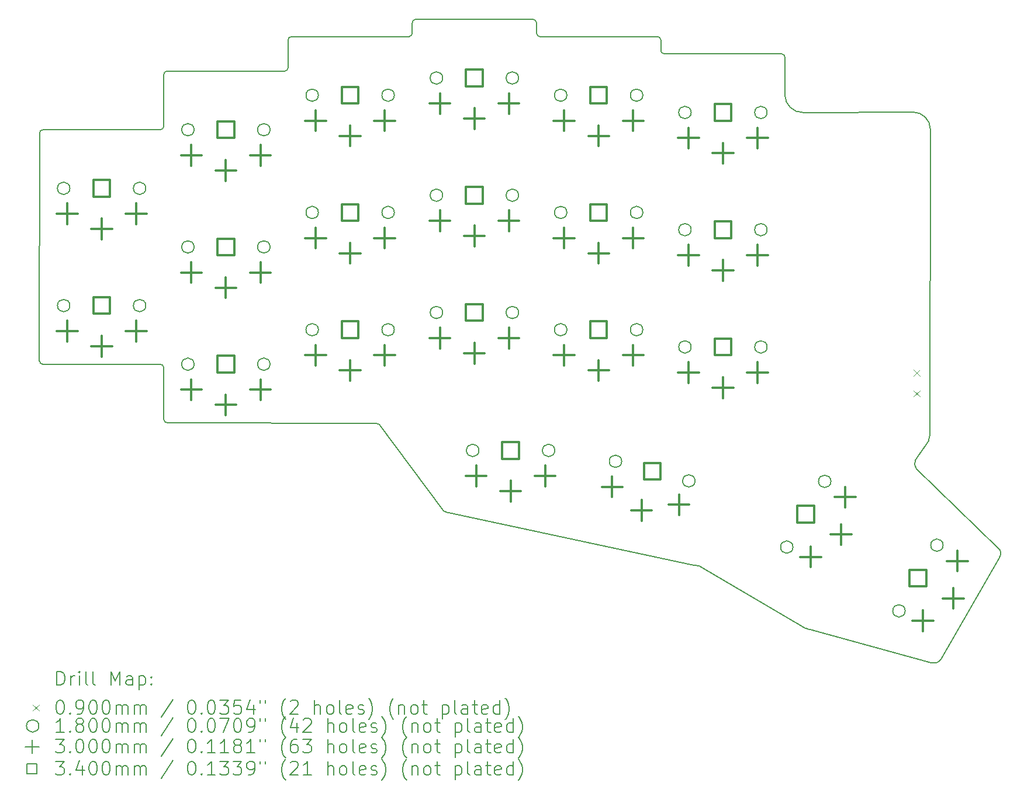
<source format=gbr>
%TF.GenerationSoftware,KiCad,Pcbnew,7.0.8*%
%TF.CreationDate,2024-02-29T00:10:51-05:00*%
%TF.ProjectId,heawood4,68656177-6f6f-4643-942e-6b696361645f,1.0*%
%TF.SameCoordinates,Original*%
%TF.FileFunction,Drillmap*%
%TF.FilePolarity,Positive*%
%FSLAX45Y45*%
G04 Gerber Fmt 4.5, Leading zero omitted, Abs format (unit mm)*
G04 Created by KiCad (PCBNEW 7.0.8) date 2024-02-29 00:10:51*
%MOMM*%
%LPD*%
G01*
G04 APERTURE LIST*
%ADD10C,0.150000*%
%ADD11C,0.200000*%
%ADD12C,0.090000*%
%ADD13C,0.180000*%
%ADD14C,0.300000*%
%ADD15C,0.340000*%
G04 APERTURE END LIST*
D10*
X19506783Y-7750000D02*
G75*
G03*
X19250000Y-7493217I-256783J0D01*
G01*
X19477276Y-12262270D02*
X19287311Y-12544966D01*
X19287311Y-12544966D02*
G75*
G03*
X19303682Y-12666315I97525J-48621D01*
G01*
X19303682Y-12666315D02*
X20480556Y-13809891D01*
X20506446Y-13951060D02*
G75*
G03*
X20480556Y-13809892I-81446J58021D01*
G01*
X17759941Y-15000000D02*
X19519208Y-15478675D01*
X19519208Y-15478675D02*
G75*
G03*
X19663409Y-15424799I34701J127039D01*
G01*
X8400000Y-11950000D02*
G75*
G03*
X8450000Y-12000000I50000J0D01*
G01*
X8400002Y-11199995D02*
X8400000Y-11950000D01*
X8400002Y-11199995D02*
G75*
G03*
X8350002Y-11149995I-50000J0D01*
G01*
X8350002Y-11149995D02*
X6648838Y-11150448D01*
X8350000Y-7750000D02*
X6649905Y-7750088D01*
X8350000Y-7750000D02*
G75*
G03*
X8400000Y-7700000I1J50000D01*
G01*
X8400000Y-6950000D02*
X8400000Y-7700000D01*
X8450000Y-6900000D02*
G75*
G03*
X8400000Y-6950000I0J-50000D01*
G01*
X11488056Y-12010312D02*
X8450000Y-12000000D01*
X19506783Y-7750000D02*
X19500000Y-12175000D01*
X15600000Y-6599466D02*
X15600000Y-6450000D01*
X6599905Y-7800088D02*
X6598838Y-11100448D01*
X19477275Y-12262269D02*
G75*
G03*
X19500000Y-12175000I-147495J85002D01*
G01*
X13800000Y-6350000D02*
X13800000Y-6200000D01*
X11951054Y-6399466D02*
X10250000Y-6400000D01*
X10250000Y-6400000D02*
G75*
G03*
X10200000Y-6450000I0J-50000D01*
G01*
X10150594Y-6900371D02*
X8450000Y-6900000D01*
X12452964Y-13276312D02*
G75*
G03*
X12488318Y-13290958I35356J35352D01*
G01*
X17350000Y-6650000D02*
X15650000Y-6649446D01*
X16150000Y-14075000D02*
X17693043Y-14975630D01*
X10150594Y-6900374D02*
G75*
G03*
X10200594Y-6850371I-4J50004D01*
G01*
X13750000Y-6150000D02*
X12049405Y-6150086D01*
X15550000Y-6400006D02*
X13850000Y-6400000D01*
X17693043Y-14975630D02*
G75*
G03*
X17759941Y-15000000I82468J122380D01*
G01*
X11525000Y-12025000D02*
X12452963Y-13276313D01*
X6649905Y-7750085D02*
G75*
G03*
X6599905Y-7800088I5J-50005D01*
G01*
X15600004Y-6599466D02*
G75*
G03*
X15650000Y-6649446I49976J-4D01*
G01*
X13800000Y-6200000D02*
G75*
G03*
X13750000Y-6150000I-50000J0D01*
G01*
X11999405Y-6200086D02*
X12001054Y-6349466D01*
X17400000Y-6700000D02*
G75*
G03*
X17350000Y-6650000I-50000J0D01*
G01*
X12488318Y-13290958D02*
X16081573Y-14061104D01*
X15600004Y-6450006D02*
G75*
G03*
X15550000Y-6400006I-50004J-4D01*
G01*
X10200000Y-6450000D02*
X10200594Y-6850371D01*
X19663409Y-15424799D02*
X20506446Y-13951060D01*
X11951054Y-6399474D02*
G75*
G03*
X12001054Y-6349466I-4J50004D01*
G01*
X6598838Y-11100448D02*
G75*
G03*
X6648838Y-11150448I50000J0D01*
G01*
X16150000Y-14075000D02*
G75*
G03*
X16081573Y-14061104I-101680J-325290D01*
G01*
X11525000Y-12025000D02*
G75*
G03*
X11488056Y-12010312I-35510J-35510D01*
G01*
X13800000Y-6350000D02*
G75*
G03*
X13850000Y-6400000I50000J0D01*
G01*
X17397139Y-7246689D02*
G75*
G03*
X17661141Y-7500516I259299J5487D01*
G01*
X17400000Y-6700000D02*
X17397139Y-7246689D01*
X12049405Y-6150085D02*
G75*
G03*
X11999405Y-6200086I5J-50005D01*
G01*
X19250000Y-7493217D02*
X17661141Y-7500516D01*
D11*
D12*
X19263000Y-11230000D02*
X19353000Y-11320000D01*
X19353000Y-11230000D02*
X19263000Y-11320000D01*
X19263000Y-11530000D02*
X19353000Y-11620000D01*
X19353000Y-11530000D02*
X19263000Y-11620000D01*
D13*
X7040000Y-8600000D02*
G75*
G03*
X7040000Y-8600000I-90000J0D01*
G01*
X7040000Y-10300000D02*
G75*
G03*
X7040000Y-10300000I-90000J0D01*
G01*
X8140000Y-8600000D02*
G75*
G03*
X8140000Y-8600000I-90000J0D01*
G01*
X8140000Y-10300000D02*
G75*
G03*
X8140000Y-10300000I-90000J0D01*
G01*
X8840000Y-7750000D02*
G75*
G03*
X8840000Y-7750000I-90000J0D01*
G01*
X8840000Y-9450000D02*
G75*
G03*
X8840000Y-9450000I-90000J0D01*
G01*
X8840000Y-11150000D02*
G75*
G03*
X8840000Y-11150000I-90000J0D01*
G01*
X9940000Y-7750000D02*
G75*
G03*
X9940000Y-7750000I-90000J0D01*
G01*
X9940000Y-9450000D02*
G75*
G03*
X9940000Y-9450000I-90000J0D01*
G01*
X9940000Y-11150000D02*
G75*
G03*
X9940000Y-11150000I-90000J0D01*
G01*
X10640000Y-7250000D02*
G75*
G03*
X10640000Y-7250000I-90000J0D01*
G01*
X10640000Y-8950000D02*
G75*
G03*
X10640000Y-8950000I-90000J0D01*
G01*
X10640000Y-10650000D02*
G75*
G03*
X10640000Y-10650000I-90000J0D01*
G01*
X11740000Y-7250000D02*
G75*
G03*
X11740000Y-7250000I-90000J0D01*
G01*
X11740000Y-8950000D02*
G75*
G03*
X11740000Y-8950000I-90000J0D01*
G01*
X11740000Y-10650000D02*
G75*
G03*
X11740000Y-10650000I-90000J0D01*
G01*
X12440000Y-7000000D02*
G75*
G03*
X12440000Y-7000000I-90000J0D01*
G01*
X12440000Y-8700000D02*
G75*
G03*
X12440000Y-8700000I-90000J0D01*
G01*
X12440000Y-10400000D02*
G75*
G03*
X12440000Y-10400000I-90000J0D01*
G01*
X12965000Y-12400000D02*
G75*
G03*
X12965000Y-12400000I-90000J0D01*
G01*
X13540000Y-7000000D02*
G75*
G03*
X13540000Y-7000000I-90000J0D01*
G01*
X13540000Y-8700000D02*
G75*
G03*
X13540000Y-8700000I-90000J0D01*
G01*
X13540000Y-10400000D02*
G75*
G03*
X13540000Y-10400000I-90000J0D01*
G01*
X14065000Y-12400000D02*
G75*
G03*
X14065000Y-12400000I-90000J0D01*
G01*
X14240000Y-7250000D02*
G75*
G03*
X14240000Y-7250000I-90000J0D01*
G01*
X14240000Y-8950000D02*
G75*
G03*
X14240000Y-8950000I-90000J0D01*
G01*
X14240000Y-10650000D02*
G75*
G03*
X14240000Y-10650000I-90000J0D01*
G01*
X15033741Y-12557649D02*
G75*
G03*
X15033741Y-12557649I-90000J0D01*
G01*
X15340000Y-7250000D02*
G75*
G03*
X15340000Y-7250000I-90000J0D01*
G01*
X15340000Y-8950000D02*
G75*
G03*
X15340000Y-8950000I-90000J0D01*
G01*
X15340000Y-10650000D02*
G75*
G03*
X15340000Y-10650000I-90000J0D01*
G01*
X16040000Y-7500000D02*
G75*
G03*
X16040000Y-7500000I-90000J0D01*
G01*
X16040000Y-9200000D02*
G75*
G03*
X16040000Y-9200000I-90000J0D01*
G01*
X16040000Y-10900000D02*
G75*
G03*
X16040000Y-10900000I-90000J0D01*
G01*
X16096259Y-12842350D02*
G75*
G03*
X16096259Y-12842350I-90000J0D01*
G01*
X17140000Y-7500000D02*
G75*
G03*
X17140000Y-7500000I-90000J0D01*
G01*
X17140000Y-9200000D02*
G75*
G03*
X17140000Y-9200000I-90000J0D01*
G01*
X17140000Y-10900000D02*
G75*
G03*
X17140000Y-10900000I-90000J0D01*
G01*
X17515000Y-13801314D02*
G75*
G03*
X17515000Y-13801314I-90000J0D01*
G01*
X18065000Y-12848686D02*
G75*
G03*
X18065000Y-12848686I-90000J0D01*
G01*
X19140000Y-14726314D02*
G75*
G03*
X19140000Y-14726314I-90000J0D01*
G01*
X19690000Y-13773686D02*
G75*
G03*
X19690000Y-13773686I-90000J0D01*
G01*
D14*
X7000000Y-8820000D02*
X7000000Y-9120000D01*
X6850000Y-8970000D02*
X7150000Y-8970000D01*
X7000000Y-10520000D02*
X7000000Y-10820000D01*
X6850000Y-10670000D02*
X7150000Y-10670000D01*
X7500000Y-9040000D02*
X7500000Y-9340000D01*
X7350000Y-9190000D02*
X7650000Y-9190000D01*
X7500000Y-10740000D02*
X7500000Y-11040000D01*
X7350000Y-10890000D02*
X7650000Y-10890000D01*
X8000000Y-8820000D02*
X8000000Y-9120000D01*
X7850000Y-8970000D02*
X8150000Y-8970000D01*
X8000000Y-10520000D02*
X8000000Y-10820000D01*
X7850000Y-10670000D02*
X8150000Y-10670000D01*
X8800000Y-7970000D02*
X8800000Y-8270000D01*
X8650000Y-8120000D02*
X8950000Y-8120000D01*
X8800000Y-9670000D02*
X8800000Y-9970000D01*
X8650000Y-9820000D02*
X8950000Y-9820000D01*
X8800000Y-11370000D02*
X8800000Y-11670000D01*
X8650000Y-11520000D02*
X8950000Y-11520000D01*
X9300000Y-8190000D02*
X9300000Y-8490000D01*
X9150000Y-8340000D02*
X9450000Y-8340000D01*
X9300000Y-9890000D02*
X9300000Y-10190000D01*
X9150000Y-10040000D02*
X9450000Y-10040000D01*
X9300000Y-11590000D02*
X9300000Y-11890000D01*
X9150000Y-11740000D02*
X9450000Y-11740000D01*
X9800000Y-7970000D02*
X9800000Y-8270000D01*
X9650000Y-8120000D02*
X9950000Y-8120000D01*
X9800000Y-9670000D02*
X9800000Y-9970000D01*
X9650000Y-9820000D02*
X9950000Y-9820000D01*
X9800000Y-11370000D02*
X9800000Y-11670000D01*
X9650000Y-11520000D02*
X9950000Y-11520000D01*
X10600000Y-7470000D02*
X10600000Y-7770000D01*
X10450000Y-7620000D02*
X10750000Y-7620000D01*
X10600000Y-9170000D02*
X10600000Y-9470000D01*
X10450000Y-9320000D02*
X10750000Y-9320000D01*
X10600000Y-10870000D02*
X10600000Y-11170000D01*
X10450000Y-11020000D02*
X10750000Y-11020000D01*
X11100000Y-7690000D02*
X11100000Y-7990000D01*
X10950000Y-7840000D02*
X11250000Y-7840000D01*
X11100000Y-9390000D02*
X11100000Y-9690000D01*
X10950000Y-9540000D02*
X11250000Y-9540000D01*
X11100000Y-11090000D02*
X11100000Y-11390000D01*
X10950000Y-11240000D02*
X11250000Y-11240000D01*
X11600000Y-7470000D02*
X11600000Y-7770000D01*
X11450000Y-7620000D02*
X11750000Y-7620000D01*
X11600000Y-9170000D02*
X11600000Y-9470000D01*
X11450000Y-9320000D02*
X11750000Y-9320000D01*
X11600000Y-10870000D02*
X11600000Y-11170000D01*
X11450000Y-11020000D02*
X11750000Y-11020000D01*
X12400000Y-7220000D02*
X12400000Y-7520000D01*
X12250000Y-7370000D02*
X12550000Y-7370000D01*
X12400000Y-8920000D02*
X12400000Y-9220000D01*
X12250000Y-9070000D02*
X12550000Y-9070000D01*
X12400000Y-10620000D02*
X12400000Y-10920000D01*
X12250000Y-10770000D02*
X12550000Y-10770000D01*
X12900000Y-7440000D02*
X12900000Y-7740000D01*
X12750000Y-7590000D02*
X13050000Y-7590000D01*
X12900000Y-9140000D02*
X12900000Y-9440000D01*
X12750000Y-9290000D02*
X13050000Y-9290000D01*
X12900000Y-10840000D02*
X12900000Y-11140000D01*
X12750000Y-10990000D02*
X13050000Y-10990000D01*
X12925000Y-12620000D02*
X12925000Y-12920000D01*
X12775000Y-12770000D02*
X13075000Y-12770000D01*
X13400000Y-7220000D02*
X13400000Y-7520000D01*
X13250000Y-7370000D02*
X13550000Y-7370000D01*
X13400000Y-8920000D02*
X13400000Y-9220000D01*
X13250000Y-9070000D02*
X13550000Y-9070000D01*
X13400000Y-10620000D02*
X13400000Y-10920000D01*
X13250000Y-10770000D02*
X13550000Y-10770000D01*
X13425000Y-12840000D02*
X13425000Y-13140000D01*
X13275000Y-12990000D02*
X13575000Y-12990000D01*
X13925000Y-12620000D02*
X13925000Y-12920000D01*
X13775000Y-12770000D02*
X14075000Y-12770000D01*
X14200000Y-7470000D02*
X14200000Y-7770000D01*
X14050000Y-7620000D02*
X14350000Y-7620000D01*
X14200000Y-9170000D02*
X14200000Y-9470000D01*
X14050000Y-9320000D02*
X14350000Y-9320000D01*
X14200000Y-10870000D02*
X14200000Y-11170000D01*
X14050000Y-11020000D02*
X14350000Y-11020000D01*
X14700000Y-7690000D02*
X14700000Y-7990000D01*
X14550000Y-7840000D02*
X14850000Y-7840000D01*
X14700000Y-9390000D02*
X14700000Y-9690000D01*
X14550000Y-9540000D02*
X14850000Y-9540000D01*
X14700000Y-11090000D02*
X14700000Y-11390000D01*
X14550000Y-11240000D02*
X14850000Y-11240000D01*
X14896274Y-12777983D02*
X14896274Y-13077983D01*
X14746274Y-12927983D02*
X15046274Y-12927983D01*
X15200000Y-7470000D02*
X15200000Y-7770000D01*
X15050000Y-7620000D02*
X15350000Y-7620000D01*
X15200000Y-9170000D02*
X15200000Y-9470000D01*
X15050000Y-9320000D02*
X15350000Y-9320000D01*
X15200000Y-10870000D02*
X15200000Y-11170000D01*
X15050000Y-11020000D02*
X15350000Y-11020000D01*
X15322297Y-13119896D02*
X15322297Y-13419896D01*
X15172297Y-13269896D02*
X15472297Y-13269896D01*
X15862200Y-13036802D02*
X15862200Y-13336802D01*
X15712200Y-13186802D02*
X16012200Y-13186802D01*
X16000000Y-7720000D02*
X16000000Y-8020000D01*
X15850000Y-7870000D02*
X16150000Y-7870000D01*
X16000000Y-9420000D02*
X16000000Y-9720000D01*
X15850000Y-9570000D02*
X16150000Y-9570000D01*
X16000000Y-11120000D02*
X16000000Y-11420000D01*
X15850000Y-11270000D02*
X16150000Y-11270000D01*
X16500000Y-7940000D02*
X16500000Y-8240000D01*
X16350000Y-8090000D02*
X16650000Y-8090000D01*
X16500000Y-9640000D02*
X16500000Y-9940000D01*
X16350000Y-9790000D02*
X16650000Y-9790000D01*
X16500000Y-11340000D02*
X16500000Y-11640000D01*
X16350000Y-11490000D02*
X16650000Y-11490000D01*
X17000000Y-7720000D02*
X17000000Y-8020000D01*
X16850000Y-7870000D02*
X17150000Y-7870000D01*
X17000000Y-9420000D02*
X17000000Y-9720000D01*
X16850000Y-9570000D02*
X17150000Y-9570000D01*
X17000000Y-11120000D02*
X17000000Y-11420000D01*
X16850000Y-11270000D02*
X17150000Y-11270000D01*
X17770429Y-13793013D02*
X17770429Y-14093013D01*
X17620429Y-13943013D02*
X17920429Y-13943013D01*
X18210955Y-13470000D02*
X18210955Y-13770000D01*
X18060955Y-13620000D02*
X18360955Y-13620000D01*
X18270429Y-12926987D02*
X18270429Y-13226987D01*
X18120429Y-13076987D02*
X18420429Y-13076987D01*
X19395429Y-14718013D02*
X19395429Y-15018013D01*
X19245429Y-14868013D02*
X19545429Y-14868013D01*
X19835955Y-14395000D02*
X19835955Y-14695000D01*
X19685955Y-14545000D02*
X19985955Y-14545000D01*
X19895429Y-13851987D02*
X19895429Y-14151987D01*
X19745429Y-14001987D02*
X20045429Y-14001987D01*
D15*
X7620209Y-8720209D02*
X7620209Y-8479791D01*
X7379791Y-8479791D01*
X7379791Y-8720209D01*
X7620209Y-8720209D01*
X7620209Y-10420209D02*
X7620209Y-10179791D01*
X7379791Y-10179791D01*
X7379791Y-10420209D01*
X7620209Y-10420209D01*
X9420209Y-7870209D02*
X9420209Y-7629791D01*
X9179791Y-7629791D01*
X9179791Y-7870209D01*
X9420209Y-7870209D01*
X9420209Y-9570209D02*
X9420209Y-9329791D01*
X9179791Y-9329791D01*
X9179791Y-9570209D01*
X9420209Y-9570209D01*
X9420209Y-11270209D02*
X9420209Y-11029791D01*
X9179791Y-11029791D01*
X9179791Y-11270209D01*
X9420209Y-11270209D01*
X11220209Y-7370209D02*
X11220209Y-7129791D01*
X10979791Y-7129791D01*
X10979791Y-7370209D01*
X11220209Y-7370209D01*
X11220209Y-9070209D02*
X11220209Y-8829791D01*
X10979791Y-8829791D01*
X10979791Y-9070209D01*
X11220209Y-9070209D01*
X11220209Y-10770209D02*
X11220209Y-10529791D01*
X10979791Y-10529791D01*
X10979791Y-10770209D01*
X11220209Y-10770209D01*
X13020209Y-7120209D02*
X13020209Y-6879791D01*
X12779791Y-6879791D01*
X12779791Y-7120209D01*
X13020209Y-7120209D01*
X13020209Y-8820209D02*
X13020209Y-8579791D01*
X12779791Y-8579791D01*
X12779791Y-8820209D01*
X13020209Y-8820209D01*
X13020209Y-10520209D02*
X13020209Y-10279791D01*
X12779791Y-10279791D01*
X12779791Y-10520209D01*
X13020209Y-10520209D01*
X13545209Y-12520209D02*
X13545209Y-12279791D01*
X13304791Y-12279791D01*
X13304791Y-12520209D01*
X13545209Y-12520209D01*
X14820209Y-7370209D02*
X14820209Y-7129791D01*
X14579791Y-7129791D01*
X14579791Y-7370209D01*
X14820209Y-7370209D01*
X14820209Y-9070209D02*
X14820209Y-8829791D01*
X14579791Y-8829791D01*
X14579791Y-9070209D01*
X14820209Y-9070209D01*
X14820209Y-10770209D02*
X14820209Y-10529791D01*
X14579791Y-10529791D01*
X14579791Y-10770209D01*
X14820209Y-10770209D01*
X15595209Y-12820209D02*
X15595209Y-12579791D01*
X15354791Y-12579791D01*
X15354791Y-12820209D01*
X15595209Y-12820209D01*
X16620209Y-7620209D02*
X16620209Y-7379791D01*
X16379791Y-7379791D01*
X16379791Y-7620209D01*
X16620209Y-7620209D01*
X16620209Y-9320209D02*
X16620209Y-9079791D01*
X16379791Y-9079791D01*
X16379791Y-9320209D01*
X16620209Y-9320209D01*
X16620209Y-11020209D02*
X16620209Y-10779791D01*
X16379791Y-10779791D01*
X16379791Y-11020209D01*
X16620209Y-11020209D01*
X17820209Y-13445209D02*
X17820209Y-13204791D01*
X17579791Y-13204791D01*
X17579791Y-13445209D01*
X17820209Y-13445209D01*
X19445209Y-14370209D02*
X19445209Y-14129791D01*
X19204791Y-14129791D01*
X19204791Y-14370209D01*
X19445209Y-14370209D01*
D11*
X6852115Y-15802313D02*
X6852115Y-15602313D01*
X6852115Y-15602313D02*
X6899734Y-15602313D01*
X6899734Y-15602313D02*
X6928305Y-15611836D01*
X6928305Y-15611836D02*
X6947353Y-15630884D01*
X6947353Y-15630884D02*
X6956876Y-15649932D01*
X6956876Y-15649932D02*
X6966400Y-15688027D01*
X6966400Y-15688027D02*
X6966400Y-15716598D01*
X6966400Y-15716598D02*
X6956876Y-15754693D01*
X6956876Y-15754693D02*
X6947353Y-15773741D01*
X6947353Y-15773741D02*
X6928305Y-15792789D01*
X6928305Y-15792789D02*
X6899734Y-15802313D01*
X6899734Y-15802313D02*
X6852115Y-15802313D01*
X7052115Y-15802313D02*
X7052115Y-15668979D01*
X7052115Y-15707074D02*
X7061638Y-15688027D01*
X7061638Y-15688027D02*
X7071162Y-15678503D01*
X7071162Y-15678503D02*
X7090210Y-15668979D01*
X7090210Y-15668979D02*
X7109257Y-15668979D01*
X7175924Y-15802313D02*
X7175924Y-15668979D01*
X7175924Y-15602313D02*
X7166400Y-15611836D01*
X7166400Y-15611836D02*
X7175924Y-15621360D01*
X7175924Y-15621360D02*
X7185448Y-15611836D01*
X7185448Y-15611836D02*
X7175924Y-15602313D01*
X7175924Y-15602313D02*
X7175924Y-15621360D01*
X7299734Y-15802313D02*
X7280686Y-15792789D01*
X7280686Y-15792789D02*
X7271162Y-15773741D01*
X7271162Y-15773741D02*
X7271162Y-15602313D01*
X7404495Y-15802313D02*
X7385448Y-15792789D01*
X7385448Y-15792789D02*
X7375924Y-15773741D01*
X7375924Y-15773741D02*
X7375924Y-15602313D01*
X7633067Y-15802313D02*
X7633067Y-15602313D01*
X7633067Y-15602313D02*
X7699734Y-15745170D01*
X7699734Y-15745170D02*
X7766400Y-15602313D01*
X7766400Y-15602313D02*
X7766400Y-15802313D01*
X7947353Y-15802313D02*
X7947353Y-15697551D01*
X7947353Y-15697551D02*
X7937829Y-15678503D01*
X7937829Y-15678503D02*
X7918781Y-15668979D01*
X7918781Y-15668979D02*
X7880686Y-15668979D01*
X7880686Y-15668979D02*
X7861638Y-15678503D01*
X7947353Y-15792789D02*
X7928305Y-15802313D01*
X7928305Y-15802313D02*
X7880686Y-15802313D01*
X7880686Y-15802313D02*
X7861638Y-15792789D01*
X7861638Y-15792789D02*
X7852115Y-15773741D01*
X7852115Y-15773741D02*
X7852115Y-15754693D01*
X7852115Y-15754693D02*
X7861638Y-15735646D01*
X7861638Y-15735646D02*
X7880686Y-15726122D01*
X7880686Y-15726122D02*
X7928305Y-15726122D01*
X7928305Y-15726122D02*
X7947353Y-15716598D01*
X8042591Y-15668979D02*
X8042591Y-15868979D01*
X8042591Y-15678503D02*
X8061638Y-15668979D01*
X8061638Y-15668979D02*
X8099734Y-15668979D01*
X8099734Y-15668979D02*
X8118781Y-15678503D01*
X8118781Y-15678503D02*
X8128305Y-15688027D01*
X8128305Y-15688027D02*
X8137829Y-15707074D01*
X8137829Y-15707074D02*
X8137829Y-15764217D01*
X8137829Y-15764217D02*
X8128305Y-15783265D01*
X8128305Y-15783265D02*
X8118781Y-15792789D01*
X8118781Y-15792789D02*
X8099734Y-15802313D01*
X8099734Y-15802313D02*
X8061638Y-15802313D01*
X8061638Y-15802313D02*
X8042591Y-15792789D01*
X8223543Y-15783265D02*
X8233067Y-15792789D01*
X8233067Y-15792789D02*
X8223543Y-15802313D01*
X8223543Y-15802313D02*
X8214019Y-15792789D01*
X8214019Y-15792789D02*
X8223543Y-15783265D01*
X8223543Y-15783265D02*
X8223543Y-15802313D01*
X8223543Y-15678503D02*
X8233067Y-15688027D01*
X8233067Y-15688027D02*
X8223543Y-15697551D01*
X8223543Y-15697551D02*
X8214019Y-15688027D01*
X8214019Y-15688027D02*
X8223543Y-15678503D01*
X8223543Y-15678503D02*
X8223543Y-15697551D01*
D12*
X6501338Y-16085829D02*
X6591338Y-16175829D01*
X6591338Y-16085829D02*
X6501338Y-16175829D01*
D11*
X6890210Y-16022313D02*
X6909257Y-16022313D01*
X6909257Y-16022313D02*
X6928305Y-16031836D01*
X6928305Y-16031836D02*
X6937829Y-16041360D01*
X6937829Y-16041360D02*
X6947353Y-16060408D01*
X6947353Y-16060408D02*
X6956876Y-16098503D01*
X6956876Y-16098503D02*
X6956876Y-16146122D01*
X6956876Y-16146122D02*
X6947353Y-16184217D01*
X6947353Y-16184217D02*
X6937829Y-16203265D01*
X6937829Y-16203265D02*
X6928305Y-16212789D01*
X6928305Y-16212789D02*
X6909257Y-16222313D01*
X6909257Y-16222313D02*
X6890210Y-16222313D01*
X6890210Y-16222313D02*
X6871162Y-16212789D01*
X6871162Y-16212789D02*
X6861638Y-16203265D01*
X6861638Y-16203265D02*
X6852115Y-16184217D01*
X6852115Y-16184217D02*
X6842591Y-16146122D01*
X6842591Y-16146122D02*
X6842591Y-16098503D01*
X6842591Y-16098503D02*
X6852115Y-16060408D01*
X6852115Y-16060408D02*
X6861638Y-16041360D01*
X6861638Y-16041360D02*
X6871162Y-16031836D01*
X6871162Y-16031836D02*
X6890210Y-16022313D01*
X7042591Y-16203265D02*
X7052115Y-16212789D01*
X7052115Y-16212789D02*
X7042591Y-16222313D01*
X7042591Y-16222313D02*
X7033067Y-16212789D01*
X7033067Y-16212789D02*
X7042591Y-16203265D01*
X7042591Y-16203265D02*
X7042591Y-16222313D01*
X7147353Y-16222313D02*
X7185448Y-16222313D01*
X7185448Y-16222313D02*
X7204496Y-16212789D01*
X7204496Y-16212789D02*
X7214019Y-16203265D01*
X7214019Y-16203265D02*
X7233067Y-16174693D01*
X7233067Y-16174693D02*
X7242591Y-16136598D01*
X7242591Y-16136598D02*
X7242591Y-16060408D01*
X7242591Y-16060408D02*
X7233067Y-16041360D01*
X7233067Y-16041360D02*
X7223543Y-16031836D01*
X7223543Y-16031836D02*
X7204496Y-16022313D01*
X7204496Y-16022313D02*
X7166400Y-16022313D01*
X7166400Y-16022313D02*
X7147353Y-16031836D01*
X7147353Y-16031836D02*
X7137829Y-16041360D01*
X7137829Y-16041360D02*
X7128305Y-16060408D01*
X7128305Y-16060408D02*
X7128305Y-16108027D01*
X7128305Y-16108027D02*
X7137829Y-16127074D01*
X7137829Y-16127074D02*
X7147353Y-16136598D01*
X7147353Y-16136598D02*
X7166400Y-16146122D01*
X7166400Y-16146122D02*
X7204496Y-16146122D01*
X7204496Y-16146122D02*
X7223543Y-16136598D01*
X7223543Y-16136598D02*
X7233067Y-16127074D01*
X7233067Y-16127074D02*
X7242591Y-16108027D01*
X7366400Y-16022313D02*
X7385448Y-16022313D01*
X7385448Y-16022313D02*
X7404496Y-16031836D01*
X7404496Y-16031836D02*
X7414019Y-16041360D01*
X7414019Y-16041360D02*
X7423543Y-16060408D01*
X7423543Y-16060408D02*
X7433067Y-16098503D01*
X7433067Y-16098503D02*
X7433067Y-16146122D01*
X7433067Y-16146122D02*
X7423543Y-16184217D01*
X7423543Y-16184217D02*
X7414019Y-16203265D01*
X7414019Y-16203265D02*
X7404496Y-16212789D01*
X7404496Y-16212789D02*
X7385448Y-16222313D01*
X7385448Y-16222313D02*
X7366400Y-16222313D01*
X7366400Y-16222313D02*
X7347353Y-16212789D01*
X7347353Y-16212789D02*
X7337829Y-16203265D01*
X7337829Y-16203265D02*
X7328305Y-16184217D01*
X7328305Y-16184217D02*
X7318781Y-16146122D01*
X7318781Y-16146122D02*
X7318781Y-16098503D01*
X7318781Y-16098503D02*
X7328305Y-16060408D01*
X7328305Y-16060408D02*
X7337829Y-16041360D01*
X7337829Y-16041360D02*
X7347353Y-16031836D01*
X7347353Y-16031836D02*
X7366400Y-16022313D01*
X7556876Y-16022313D02*
X7575924Y-16022313D01*
X7575924Y-16022313D02*
X7594972Y-16031836D01*
X7594972Y-16031836D02*
X7604496Y-16041360D01*
X7604496Y-16041360D02*
X7614019Y-16060408D01*
X7614019Y-16060408D02*
X7623543Y-16098503D01*
X7623543Y-16098503D02*
X7623543Y-16146122D01*
X7623543Y-16146122D02*
X7614019Y-16184217D01*
X7614019Y-16184217D02*
X7604496Y-16203265D01*
X7604496Y-16203265D02*
X7594972Y-16212789D01*
X7594972Y-16212789D02*
X7575924Y-16222313D01*
X7575924Y-16222313D02*
X7556876Y-16222313D01*
X7556876Y-16222313D02*
X7537829Y-16212789D01*
X7537829Y-16212789D02*
X7528305Y-16203265D01*
X7528305Y-16203265D02*
X7518781Y-16184217D01*
X7518781Y-16184217D02*
X7509257Y-16146122D01*
X7509257Y-16146122D02*
X7509257Y-16098503D01*
X7509257Y-16098503D02*
X7518781Y-16060408D01*
X7518781Y-16060408D02*
X7528305Y-16041360D01*
X7528305Y-16041360D02*
X7537829Y-16031836D01*
X7537829Y-16031836D02*
X7556876Y-16022313D01*
X7709257Y-16222313D02*
X7709257Y-16088979D01*
X7709257Y-16108027D02*
X7718781Y-16098503D01*
X7718781Y-16098503D02*
X7737829Y-16088979D01*
X7737829Y-16088979D02*
X7766400Y-16088979D01*
X7766400Y-16088979D02*
X7785448Y-16098503D01*
X7785448Y-16098503D02*
X7794972Y-16117551D01*
X7794972Y-16117551D02*
X7794972Y-16222313D01*
X7794972Y-16117551D02*
X7804496Y-16098503D01*
X7804496Y-16098503D02*
X7823543Y-16088979D01*
X7823543Y-16088979D02*
X7852115Y-16088979D01*
X7852115Y-16088979D02*
X7871162Y-16098503D01*
X7871162Y-16098503D02*
X7880686Y-16117551D01*
X7880686Y-16117551D02*
X7880686Y-16222313D01*
X7975924Y-16222313D02*
X7975924Y-16088979D01*
X7975924Y-16108027D02*
X7985448Y-16098503D01*
X7985448Y-16098503D02*
X8004496Y-16088979D01*
X8004496Y-16088979D02*
X8033067Y-16088979D01*
X8033067Y-16088979D02*
X8052115Y-16098503D01*
X8052115Y-16098503D02*
X8061638Y-16117551D01*
X8061638Y-16117551D02*
X8061638Y-16222313D01*
X8061638Y-16117551D02*
X8071162Y-16098503D01*
X8071162Y-16098503D02*
X8090210Y-16088979D01*
X8090210Y-16088979D02*
X8118781Y-16088979D01*
X8118781Y-16088979D02*
X8137829Y-16098503D01*
X8137829Y-16098503D02*
X8147353Y-16117551D01*
X8147353Y-16117551D02*
X8147353Y-16222313D01*
X8537829Y-16012789D02*
X8366400Y-16269932D01*
X8794972Y-16022313D02*
X8814020Y-16022313D01*
X8814020Y-16022313D02*
X8833067Y-16031836D01*
X8833067Y-16031836D02*
X8842591Y-16041360D01*
X8842591Y-16041360D02*
X8852115Y-16060408D01*
X8852115Y-16060408D02*
X8861639Y-16098503D01*
X8861639Y-16098503D02*
X8861639Y-16146122D01*
X8861639Y-16146122D02*
X8852115Y-16184217D01*
X8852115Y-16184217D02*
X8842591Y-16203265D01*
X8842591Y-16203265D02*
X8833067Y-16212789D01*
X8833067Y-16212789D02*
X8814020Y-16222313D01*
X8814020Y-16222313D02*
X8794972Y-16222313D01*
X8794972Y-16222313D02*
X8775924Y-16212789D01*
X8775924Y-16212789D02*
X8766401Y-16203265D01*
X8766401Y-16203265D02*
X8756877Y-16184217D01*
X8756877Y-16184217D02*
X8747353Y-16146122D01*
X8747353Y-16146122D02*
X8747353Y-16098503D01*
X8747353Y-16098503D02*
X8756877Y-16060408D01*
X8756877Y-16060408D02*
X8766401Y-16041360D01*
X8766401Y-16041360D02*
X8775924Y-16031836D01*
X8775924Y-16031836D02*
X8794972Y-16022313D01*
X8947353Y-16203265D02*
X8956877Y-16212789D01*
X8956877Y-16212789D02*
X8947353Y-16222313D01*
X8947353Y-16222313D02*
X8937829Y-16212789D01*
X8937829Y-16212789D02*
X8947353Y-16203265D01*
X8947353Y-16203265D02*
X8947353Y-16222313D01*
X9080686Y-16022313D02*
X9099734Y-16022313D01*
X9099734Y-16022313D02*
X9118782Y-16031836D01*
X9118782Y-16031836D02*
X9128305Y-16041360D01*
X9128305Y-16041360D02*
X9137829Y-16060408D01*
X9137829Y-16060408D02*
X9147353Y-16098503D01*
X9147353Y-16098503D02*
X9147353Y-16146122D01*
X9147353Y-16146122D02*
X9137829Y-16184217D01*
X9137829Y-16184217D02*
X9128305Y-16203265D01*
X9128305Y-16203265D02*
X9118782Y-16212789D01*
X9118782Y-16212789D02*
X9099734Y-16222313D01*
X9099734Y-16222313D02*
X9080686Y-16222313D01*
X9080686Y-16222313D02*
X9061639Y-16212789D01*
X9061639Y-16212789D02*
X9052115Y-16203265D01*
X9052115Y-16203265D02*
X9042591Y-16184217D01*
X9042591Y-16184217D02*
X9033067Y-16146122D01*
X9033067Y-16146122D02*
X9033067Y-16098503D01*
X9033067Y-16098503D02*
X9042591Y-16060408D01*
X9042591Y-16060408D02*
X9052115Y-16041360D01*
X9052115Y-16041360D02*
X9061639Y-16031836D01*
X9061639Y-16031836D02*
X9080686Y-16022313D01*
X9214020Y-16022313D02*
X9337829Y-16022313D01*
X9337829Y-16022313D02*
X9271162Y-16098503D01*
X9271162Y-16098503D02*
X9299734Y-16098503D01*
X9299734Y-16098503D02*
X9318782Y-16108027D01*
X9318782Y-16108027D02*
X9328305Y-16117551D01*
X9328305Y-16117551D02*
X9337829Y-16136598D01*
X9337829Y-16136598D02*
X9337829Y-16184217D01*
X9337829Y-16184217D02*
X9328305Y-16203265D01*
X9328305Y-16203265D02*
X9318782Y-16212789D01*
X9318782Y-16212789D02*
X9299734Y-16222313D01*
X9299734Y-16222313D02*
X9242591Y-16222313D01*
X9242591Y-16222313D02*
X9223543Y-16212789D01*
X9223543Y-16212789D02*
X9214020Y-16203265D01*
X9518782Y-16022313D02*
X9423543Y-16022313D01*
X9423543Y-16022313D02*
X9414020Y-16117551D01*
X9414020Y-16117551D02*
X9423543Y-16108027D01*
X9423543Y-16108027D02*
X9442591Y-16098503D01*
X9442591Y-16098503D02*
X9490210Y-16098503D01*
X9490210Y-16098503D02*
X9509258Y-16108027D01*
X9509258Y-16108027D02*
X9518782Y-16117551D01*
X9518782Y-16117551D02*
X9528305Y-16136598D01*
X9528305Y-16136598D02*
X9528305Y-16184217D01*
X9528305Y-16184217D02*
X9518782Y-16203265D01*
X9518782Y-16203265D02*
X9509258Y-16212789D01*
X9509258Y-16212789D02*
X9490210Y-16222313D01*
X9490210Y-16222313D02*
X9442591Y-16222313D01*
X9442591Y-16222313D02*
X9423543Y-16212789D01*
X9423543Y-16212789D02*
X9414020Y-16203265D01*
X9699734Y-16088979D02*
X9699734Y-16222313D01*
X9652115Y-16012789D02*
X9604496Y-16155646D01*
X9604496Y-16155646D02*
X9728305Y-16155646D01*
X9794972Y-16022313D02*
X9794972Y-16060408D01*
X9871163Y-16022313D02*
X9871163Y-16060408D01*
X10166401Y-16298503D02*
X10156877Y-16288979D01*
X10156877Y-16288979D02*
X10137829Y-16260408D01*
X10137829Y-16260408D02*
X10128305Y-16241360D01*
X10128305Y-16241360D02*
X10118782Y-16212789D01*
X10118782Y-16212789D02*
X10109258Y-16165170D01*
X10109258Y-16165170D02*
X10109258Y-16127074D01*
X10109258Y-16127074D02*
X10118782Y-16079455D01*
X10118782Y-16079455D02*
X10128305Y-16050884D01*
X10128305Y-16050884D02*
X10137829Y-16031836D01*
X10137829Y-16031836D02*
X10156877Y-16003265D01*
X10156877Y-16003265D02*
X10166401Y-15993741D01*
X10233067Y-16041360D02*
X10242591Y-16031836D01*
X10242591Y-16031836D02*
X10261639Y-16022313D01*
X10261639Y-16022313D02*
X10309258Y-16022313D01*
X10309258Y-16022313D02*
X10328305Y-16031836D01*
X10328305Y-16031836D02*
X10337829Y-16041360D01*
X10337829Y-16041360D02*
X10347353Y-16060408D01*
X10347353Y-16060408D02*
X10347353Y-16079455D01*
X10347353Y-16079455D02*
X10337829Y-16108027D01*
X10337829Y-16108027D02*
X10223544Y-16222313D01*
X10223544Y-16222313D02*
X10347353Y-16222313D01*
X10585448Y-16222313D02*
X10585448Y-16022313D01*
X10671163Y-16222313D02*
X10671163Y-16117551D01*
X10671163Y-16117551D02*
X10661639Y-16098503D01*
X10661639Y-16098503D02*
X10642591Y-16088979D01*
X10642591Y-16088979D02*
X10614020Y-16088979D01*
X10614020Y-16088979D02*
X10594972Y-16098503D01*
X10594972Y-16098503D02*
X10585448Y-16108027D01*
X10794972Y-16222313D02*
X10775925Y-16212789D01*
X10775925Y-16212789D02*
X10766401Y-16203265D01*
X10766401Y-16203265D02*
X10756877Y-16184217D01*
X10756877Y-16184217D02*
X10756877Y-16127074D01*
X10756877Y-16127074D02*
X10766401Y-16108027D01*
X10766401Y-16108027D02*
X10775925Y-16098503D01*
X10775925Y-16098503D02*
X10794972Y-16088979D01*
X10794972Y-16088979D02*
X10823544Y-16088979D01*
X10823544Y-16088979D02*
X10842591Y-16098503D01*
X10842591Y-16098503D02*
X10852115Y-16108027D01*
X10852115Y-16108027D02*
X10861639Y-16127074D01*
X10861639Y-16127074D02*
X10861639Y-16184217D01*
X10861639Y-16184217D02*
X10852115Y-16203265D01*
X10852115Y-16203265D02*
X10842591Y-16212789D01*
X10842591Y-16212789D02*
X10823544Y-16222313D01*
X10823544Y-16222313D02*
X10794972Y-16222313D01*
X10975925Y-16222313D02*
X10956877Y-16212789D01*
X10956877Y-16212789D02*
X10947353Y-16193741D01*
X10947353Y-16193741D02*
X10947353Y-16022313D01*
X11128306Y-16212789D02*
X11109258Y-16222313D01*
X11109258Y-16222313D02*
X11071163Y-16222313D01*
X11071163Y-16222313D02*
X11052115Y-16212789D01*
X11052115Y-16212789D02*
X11042591Y-16193741D01*
X11042591Y-16193741D02*
X11042591Y-16117551D01*
X11042591Y-16117551D02*
X11052115Y-16098503D01*
X11052115Y-16098503D02*
X11071163Y-16088979D01*
X11071163Y-16088979D02*
X11109258Y-16088979D01*
X11109258Y-16088979D02*
X11128306Y-16098503D01*
X11128306Y-16098503D02*
X11137829Y-16117551D01*
X11137829Y-16117551D02*
X11137829Y-16136598D01*
X11137829Y-16136598D02*
X11042591Y-16155646D01*
X11214020Y-16212789D02*
X11233067Y-16222313D01*
X11233067Y-16222313D02*
X11271163Y-16222313D01*
X11271163Y-16222313D02*
X11290210Y-16212789D01*
X11290210Y-16212789D02*
X11299734Y-16193741D01*
X11299734Y-16193741D02*
X11299734Y-16184217D01*
X11299734Y-16184217D02*
X11290210Y-16165170D01*
X11290210Y-16165170D02*
X11271163Y-16155646D01*
X11271163Y-16155646D02*
X11242591Y-16155646D01*
X11242591Y-16155646D02*
X11223544Y-16146122D01*
X11223544Y-16146122D02*
X11214020Y-16127074D01*
X11214020Y-16127074D02*
X11214020Y-16117551D01*
X11214020Y-16117551D02*
X11223544Y-16098503D01*
X11223544Y-16098503D02*
X11242591Y-16088979D01*
X11242591Y-16088979D02*
X11271163Y-16088979D01*
X11271163Y-16088979D02*
X11290210Y-16098503D01*
X11366401Y-16298503D02*
X11375925Y-16288979D01*
X11375925Y-16288979D02*
X11394972Y-16260408D01*
X11394972Y-16260408D02*
X11404496Y-16241360D01*
X11404496Y-16241360D02*
X11414020Y-16212789D01*
X11414020Y-16212789D02*
X11423544Y-16165170D01*
X11423544Y-16165170D02*
X11423544Y-16127074D01*
X11423544Y-16127074D02*
X11414020Y-16079455D01*
X11414020Y-16079455D02*
X11404496Y-16050884D01*
X11404496Y-16050884D02*
X11394972Y-16031836D01*
X11394972Y-16031836D02*
X11375925Y-16003265D01*
X11375925Y-16003265D02*
X11366401Y-15993741D01*
X11728306Y-16298503D02*
X11718782Y-16288979D01*
X11718782Y-16288979D02*
X11699734Y-16260408D01*
X11699734Y-16260408D02*
X11690210Y-16241360D01*
X11690210Y-16241360D02*
X11680686Y-16212789D01*
X11680686Y-16212789D02*
X11671163Y-16165170D01*
X11671163Y-16165170D02*
X11671163Y-16127074D01*
X11671163Y-16127074D02*
X11680686Y-16079455D01*
X11680686Y-16079455D02*
X11690210Y-16050884D01*
X11690210Y-16050884D02*
X11699734Y-16031836D01*
X11699734Y-16031836D02*
X11718782Y-16003265D01*
X11718782Y-16003265D02*
X11728306Y-15993741D01*
X11804496Y-16088979D02*
X11804496Y-16222313D01*
X11804496Y-16108027D02*
X11814020Y-16098503D01*
X11814020Y-16098503D02*
X11833067Y-16088979D01*
X11833067Y-16088979D02*
X11861639Y-16088979D01*
X11861639Y-16088979D02*
X11880686Y-16098503D01*
X11880686Y-16098503D02*
X11890210Y-16117551D01*
X11890210Y-16117551D02*
X11890210Y-16222313D01*
X12014020Y-16222313D02*
X11994972Y-16212789D01*
X11994972Y-16212789D02*
X11985448Y-16203265D01*
X11985448Y-16203265D02*
X11975925Y-16184217D01*
X11975925Y-16184217D02*
X11975925Y-16127074D01*
X11975925Y-16127074D02*
X11985448Y-16108027D01*
X11985448Y-16108027D02*
X11994972Y-16098503D01*
X11994972Y-16098503D02*
X12014020Y-16088979D01*
X12014020Y-16088979D02*
X12042591Y-16088979D01*
X12042591Y-16088979D02*
X12061639Y-16098503D01*
X12061639Y-16098503D02*
X12071163Y-16108027D01*
X12071163Y-16108027D02*
X12080686Y-16127074D01*
X12080686Y-16127074D02*
X12080686Y-16184217D01*
X12080686Y-16184217D02*
X12071163Y-16203265D01*
X12071163Y-16203265D02*
X12061639Y-16212789D01*
X12061639Y-16212789D02*
X12042591Y-16222313D01*
X12042591Y-16222313D02*
X12014020Y-16222313D01*
X12137829Y-16088979D02*
X12214020Y-16088979D01*
X12166401Y-16022313D02*
X12166401Y-16193741D01*
X12166401Y-16193741D02*
X12175925Y-16212789D01*
X12175925Y-16212789D02*
X12194972Y-16222313D01*
X12194972Y-16222313D02*
X12214020Y-16222313D01*
X12433067Y-16088979D02*
X12433067Y-16288979D01*
X12433067Y-16098503D02*
X12452115Y-16088979D01*
X12452115Y-16088979D02*
X12490210Y-16088979D01*
X12490210Y-16088979D02*
X12509258Y-16098503D01*
X12509258Y-16098503D02*
X12518782Y-16108027D01*
X12518782Y-16108027D02*
X12528306Y-16127074D01*
X12528306Y-16127074D02*
X12528306Y-16184217D01*
X12528306Y-16184217D02*
X12518782Y-16203265D01*
X12518782Y-16203265D02*
X12509258Y-16212789D01*
X12509258Y-16212789D02*
X12490210Y-16222313D01*
X12490210Y-16222313D02*
X12452115Y-16222313D01*
X12452115Y-16222313D02*
X12433067Y-16212789D01*
X12642591Y-16222313D02*
X12623544Y-16212789D01*
X12623544Y-16212789D02*
X12614020Y-16193741D01*
X12614020Y-16193741D02*
X12614020Y-16022313D01*
X12804496Y-16222313D02*
X12804496Y-16117551D01*
X12804496Y-16117551D02*
X12794972Y-16098503D01*
X12794972Y-16098503D02*
X12775925Y-16088979D01*
X12775925Y-16088979D02*
X12737829Y-16088979D01*
X12737829Y-16088979D02*
X12718782Y-16098503D01*
X12804496Y-16212789D02*
X12785448Y-16222313D01*
X12785448Y-16222313D02*
X12737829Y-16222313D01*
X12737829Y-16222313D02*
X12718782Y-16212789D01*
X12718782Y-16212789D02*
X12709258Y-16193741D01*
X12709258Y-16193741D02*
X12709258Y-16174693D01*
X12709258Y-16174693D02*
X12718782Y-16155646D01*
X12718782Y-16155646D02*
X12737829Y-16146122D01*
X12737829Y-16146122D02*
X12785448Y-16146122D01*
X12785448Y-16146122D02*
X12804496Y-16136598D01*
X12871163Y-16088979D02*
X12947353Y-16088979D01*
X12899734Y-16022313D02*
X12899734Y-16193741D01*
X12899734Y-16193741D02*
X12909258Y-16212789D01*
X12909258Y-16212789D02*
X12928306Y-16222313D01*
X12928306Y-16222313D02*
X12947353Y-16222313D01*
X13090210Y-16212789D02*
X13071163Y-16222313D01*
X13071163Y-16222313D02*
X13033067Y-16222313D01*
X13033067Y-16222313D02*
X13014020Y-16212789D01*
X13014020Y-16212789D02*
X13004496Y-16193741D01*
X13004496Y-16193741D02*
X13004496Y-16117551D01*
X13004496Y-16117551D02*
X13014020Y-16098503D01*
X13014020Y-16098503D02*
X13033067Y-16088979D01*
X13033067Y-16088979D02*
X13071163Y-16088979D01*
X13071163Y-16088979D02*
X13090210Y-16098503D01*
X13090210Y-16098503D02*
X13099734Y-16117551D01*
X13099734Y-16117551D02*
X13099734Y-16136598D01*
X13099734Y-16136598D02*
X13004496Y-16155646D01*
X13271163Y-16222313D02*
X13271163Y-16022313D01*
X13271163Y-16212789D02*
X13252115Y-16222313D01*
X13252115Y-16222313D02*
X13214020Y-16222313D01*
X13214020Y-16222313D02*
X13194972Y-16212789D01*
X13194972Y-16212789D02*
X13185448Y-16203265D01*
X13185448Y-16203265D02*
X13175925Y-16184217D01*
X13175925Y-16184217D02*
X13175925Y-16127074D01*
X13175925Y-16127074D02*
X13185448Y-16108027D01*
X13185448Y-16108027D02*
X13194972Y-16098503D01*
X13194972Y-16098503D02*
X13214020Y-16088979D01*
X13214020Y-16088979D02*
X13252115Y-16088979D01*
X13252115Y-16088979D02*
X13271163Y-16098503D01*
X13347353Y-16298503D02*
X13356877Y-16288979D01*
X13356877Y-16288979D02*
X13375925Y-16260408D01*
X13375925Y-16260408D02*
X13385448Y-16241360D01*
X13385448Y-16241360D02*
X13394972Y-16212789D01*
X13394972Y-16212789D02*
X13404496Y-16165170D01*
X13404496Y-16165170D02*
X13404496Y-16127074D01*
X13404496Y-16127074D02*
X13394972Y-16079455D01*
X13394972Y-16079455D02*
X13385448Y-16050884D01*
X13385448Y-16050884D02*
X13375925Y-16031836D01*
X13375925Y-16031836D02*
X13356877Y-16003265D01*
X13356877Y-16003265D02*
X13347353Y-15993741D01*
D13*
X6591338Y-16394829D02*
G75*
G03*
X6591338Y-16394829I-90000J0D01*
G01*
D11*
X6956876Y-16486313D02*
X6842591Y-16486313D01*
X6899734Y-16486313D02*
X6899734Y-16286313D01*
X6899734Y-16286313D02*
X6880686Y-16314884D01*
X6880686Y-16314884D02*
X6861638Y-16333932D01*
X6861638Y-16333932D02*
X6842591Y-16343455D01*
X7042591Y-16467265D02*
X7052115Y-16476789D01*
X7052115Y-16476789D02*
X7042591Y-16486313D01*
X7042591Y-16486313D02*
X7033067Y-16476789D01*
X7033067Y-16476789D02*
X7042591Y-16467265D01*
X7042591Y-16467265D02*
X7042591Y-16486313D01*
X7166400Y-16372027D02*
X7147353Y-16362503D01*
X7147353Y-16362503D02*
X7137829Y-16352979D01*
X7137829Y-16352979D02*
X7128305Y-16333932D01*
X7128305Y-16333932D02*
X7128305Y-16324408D01*
X7128305Y-16324408D02*
X7137829Y-16305360D01*
X7137829Y-16305360D02*
X7147353Y-16295836D01*
X7147353Y-16295836D02*
X7166400Y-16286313D01*
X7166400Y-16286313D02*
X7204496Y-16286313D01*
X7204496Y-16286313D02*
X7223543Y-16295836D01*
X7223543Y-16295836D02*
X7233067Y-16305360D01*
X7233067Y-16305360D02*
X7242591Y-16324408D01*
X7242591Y-16324408D02*
X7242591Y-16333932D01*
X7242591Y-16333932D02*
X7233067Y-16352979D01*
X7233067Y-16352979D02*
X7223543Y-16362503D01*
X7223543Y-16362503D02*
X7204496Y-16372027D01*
X7204496Y-16372027D02*
X7166400Y-16372027D01*
X7166400Y-16372027D02*
X7147353Y-16381551D01*
X7147353Y-16381551D02*
X7137829Y-16391074D01*
X7137829Y-16391074D02*
X7128305Y-16410122D01*
X7128305Y-16410122D02*
X7128305Y-16448217D01*
X7128305Y-16448217D02*
X7137829Y-16467265D01*
X7137829Y-16467265D02*
X7147353Y-16476789D01*
X7147353Y-16476789D02*
X7166400Y-16486313D01*
X7166400Y-16486313D02*
X7204496Y-16486313D01*
X7204496Y-16486313D02*
X7223543Y-16476789D01*
X7223543Y-16476789D02*
X7233067Y-16467265D01*
X7233067Y-16467265D02*
X7242591Y-16448217D01*
X7242591Y-16448217D02*
X7242591Y-16410122D01*
X7242591Y-16410122D02*
X7233067Y-16391074D01*
X7233067Y-16391074D02*
X7223543Y-16381551D01*
X7223543Y-16381551D02*
X7204496Y-16372027D01*
X7366400Y-16286313D02*
X7385448Y-16286313D01*
X7385448Y-16286313D02*
X7404496Y-16295836D01*
X7404496Y-16295836D02*
X7414019Y-16305360D01*
X7414019Y-16305360D02*
X7423543Y-16324408D01*
X7423543Y-16324408D02*
X7433067Y-16362503D01*
X7433067Y-16362503D02*
X7433067Y-16410122D01*
X7433067Y-16410122D02*
X7423543Y-16448217D01*
X7423543Y-16448217D02*
X7414019Y-16467265D01*
X7414019Y-16467265D02*
X7404496Y-16476789D01*
X7404496Y-16476789D02*
X7385448Y-16486313D01*
X7385448Y-16486313D02*
X7366400Y-16486313D01*
X7366400Y-16486313D02*
X7347353Y-16476789D01*
X7347353Y-16476789D02*
X7337829Y-16467265D01*
X7337829Y-16467265D02*
X7328305Y-16448217D01*
X7328305Y-16448217D02*
X7318781Y-16410122D01*
X7318781Y-16410122D02*
X7318781Y-16362503D01*
X7318781Y-16362503D02*
X7328305Y-16324408D01*
X7328305Y-16324408D02*
X7337829Y-16305360D01*
X7337829Y-16305360D02*
X7347353Y-16295836D01*
X7347353Y-16295836D02*
X7366400Y-16286313D01*
X7556876Y-16286313D02*
X7575924Y-16286313D01*
X7575924Y-16286313D02*
X7594972Y-16295836D01*
X7594972Y-16295836D02*
X7604496Y-16305360D01*
X7604496Y-16305360D02*
X7614019Y-16324408D01*
X7614019Y-16324408D02*
X7623543Y-16362503D01*
X7623543Y-16362503D02*
X7623543Y-16410122D01*
X7623543Y-16410122D02*
X7614019Y-16448217D01*
X7614019Y-16448217D02*
X7604496Y-16467265D01*
X7604496Y-16467265D02*
X7594972Y-16476789D01*
X7594972Y-16476789D02*
X7575924Y-16486313D01*
X7575924Y-16486313D02*
X7556876Y-16486313D01*
X7556876Y-16486313D02*
X7537829Y-16476789D01*
X7537829Y-16476789D02*
X7528305Y-16467265D01*
X7528305Y-16467265D02*
X7518781Y-16448217D01*
X7518781Y-16448217D02*
X7509257Y-16410122D01*
X7509257Y-16410122D02*
X7509257Y-16362503D01*
X7509257Y-16362503D02*
X7518781Y-16324408D01*
X7518781Y-16324408D02*
X7528305Y-16305360D01*
X7528305Y-16305360D02*
X7537829Y-16295836D01*
X7537829Y-16295836D02*
X7556876Y-16286313D01*
X7709257Y-16486313D02*
X7709257Y-16352979D01*
X7709257Y-16372027D02*
X7718781Y-16362503D01*
X7718781Y-16362503D02*
X7737829Y-16352979D01*
X7737829Y-16352979D02*
X7766400Y-16352979D01*
X7766400Y-16352979D02*
X7785448Y-16362503D01*
X7785448Y-16362503D02*
X7794972Y-16381551D01*
X7794972Y-16381551D02*
X7794972Y-16486313D01*
X7794972Y-16381551D02*
X7804496Y-16362503D01*
X7804496Y-16362503D02*
X7823543Y-16352979D01*
X7823543Y-16352979D02*
X7852115Y-16352979D01*
X7852115Y-16352979D02*
X7871162Y-16362503D01*
X7871162Y-16362503D02*
X7880686Y-16381551D01*
X7880686Y-16381551D02*
X7880686Y-16486313D01*
X7975924Y-16486313D02*
X7975924Y-16352979D01*
X7975924Y-16372027D02*
X7985448Y-16362503D01*
X7985448Y-16362503D02*
X8004496Y-16352979D01*
X8004496Y-16352979D02*
X8033067Y-16352979D01*
X8033067Y-16352979D02*
X8052115Y-16362503D01*
X8052115Y-16362503D02*
X8061638Y-16381551D01*
X8061638Y-16381551D02*
X8061638Y-16486313D01*
X8061638Y-16381551D02*
X8071162Y-16362503D01*
X8071162Y-16362503D02*
X8090210Y-16352979D01*
X8090210Y-16352979D02*
X8118781Y-16352979D01*
X8118781Y-16352979D02*
X8137829Y-16362503D01*
X8137829Y-16362503D02*
X8147353Y-16381551D01*
X8147353Y-16381551D02*
X8147353Y-16486313D01*
X8537829Y-16276789D02*
X8366400Y-16533932D01*
X8794972Y-16286313D02*
X8814020Y-16286313D01*
X8814020Y-16286313D02*
X8833067Y-16295836D01*
X8833067Y-16295836D02*
X8842591Y-16305360D01*
X8842591Y-16305360D02*
X8852115Y-16324408D01*
X8852115Y-16324408D02*
X8861639Y-16362503D01*
X8861639Y-16362503D02*
X8861639Y-16410122D01*
X8861639Y-16410122D02*
X8852115Y-16448217D01*
X8852115Y-16448217D02*
X8842591Y-16467265D01*
X8842591Y-16467265D02*
X8833067Y-16476789D01*
X8833067Y-16476789D02*
X8814020Y-16486313D01*
X8814020Y-16486313D02*
X8794972Y-16486313D01*
X8794972Y-16486313D02*
X8775924Y-16476789D01*
X8775924Y-16476789D02*
X8766401Y-16467265D01*
X8766401Y-16467265D02*
X8756877Y-16448217D01*
X8756877Y-16448217D02*
X8747353Y-16410122D01*
X8747353Y-16410122D02*
X8747353Y-16362503D01*
X8747353Y-16362503D02*
X8756877Y-16324408D01*
X8756877Y-16324408D02*
X8766401Y-16305360D01*
X8766401Y-16305360D02*
X8775924Y-16295836D01*
X8775924Y-16295836D02*
X8794972Y-16286313D01*
X8947353Y-16467265D02*
X8956877Y-16476789D01*
X8956877Y-16476789D02*
X8947353Y-16486313D01*
X8947353Y-16486313D02*
X8937829Y-16476789D01*
X8937829Y-16476789D02*
X8947353Y-16467265D01*
X8947353Y-16467265D02*
X8947353Y-16486313D01*
X9080686Y-16286313D02*
X9099734Y-16286313D01*
X9099734Y-16286313D02*
X9118782Y-16295836D01*
X9118782Y-16295836D02*
X9128305Y-16305360D01*
X9128305Y-16305360D02*
X9137829Y-16324408D01*
X9137829Y-16324408D02*
X9147353Y-16362503D01*
X9147353Y-16362503D02*
X9147353Y-16410122D01*
X9147353Y-16410122D02*
X9137829Y-16448217D01*
X9137829Y-16448217D02*
X9128305Y-16467265D01*
X9128305Y-16467265D02*
X9118782Y-16476789D01*
X9118782Y-16476789D02*
X9099734Y-16486313D01*
X9099734Y-16486313D02*
X9080686Y-16486313D01*
X9080686Y-16486313D02*
X9061639Y-16476789D01*
X9061639Y-16476789D02*
X9052115Y-16467265D01*
X9052115Y-16467265D02*
X9042591Y-16448217D01*
X9042591Y-16448217D02*
X9033067Y-16410122D01*
X9033067Y-16410122D02*
X9033067Y-16362503D01*
X9033067Y-16362503D02*
X9042591Y-16324408D01*
X9042591Y-16324408D02*
X9052115Y-16305360D01*
X9052115Y-16305360D02*
X9061639Y-16295836D01*
X9061639Y-16295836D02*
X9080686Y-16286313D01*
X9214020Y-16286313D02*
X9347353Y-16286313D01*
X9347353Y-16286313D02*
X9261639Y-16486313D01*
X9461639Y-16286313D02*
X9480686Y-16286313D01*
X9480686Y-16286313D02*
X9499734Y-16295836D01*
X9499734Y-16295836D02*
X9509258Y-16305360D01*
X9509258Y-16305360D02*
X9518782Y-16324408D01*
X9518782Y-16324408D02*
X9528305Y-16362503D01*
X9528305Y-16362503D02*
X9528305Y-16410122D01*
X9528305Y-16410122D02*
X9518782Y-16448217D01*
X9518782Y-16448217D02*
X9509258Y-16467265D01*
X9509258Y-16467265D02*
X9499734Y-16476789D01*
X9499734Y-16476789D02*
X9480686Y-16486313D01*
X9480686Y-16486313D02*
X9461639Y-16486313D01*
X9461639Y-16486313D02*
X9442591Y-16476789D01*
X9442591Y-16476789D02*
X9433067Y-16467265D01*
X9433067Y-16467265D02*
X9423543Y-16448217D01*
X9423543Y-16448217D02*
X9414020Y-16410122D01*
X9414020Y-16410122D02*
X9414020Y-16362503D01*
X9414020Y-16362503D02*
X9423543Y-16324408D01*
X9423543Y-16324408D02*
X9433067Y-16305360D01*
X9433067Y-16305360D02*
X9442591Y-16295836D01*
X9442591Y-16295836D02*
X9461639Y-16286313D01*
X9623543Y-16486313D02*
X9661639Y-16486313D01*
X9661639Y-16486313D02*
X9680686Y-16476789D01*
X9680686Y-16476789D02*
X9690210Y-16467265D01*
X9690210Y-16467265D02*
X9709258Y-16438693D01*
X9709258Y-16438693D02*
X9718782Y-16400598D01*
X9718782Y-16400598D02*
X9718782Y-16324408D01*
X9718782Y-16324408D02*
X9709258Y-16305360D01*
X9709258Y-16305360D02*
X9699734Y-16295836D01*
X9699734Y-16295836D02*
X9680686Y-16286313D01*
X9680686Y-16286313D02*
X9642591Y-16286313D01*
X9642591Y-16286313D02*
X9623543Y-16295836D01*
X9623543Y-16295836D02*
X9614020Y-16305360D01*
X9614020Y-16305360D02*
X9604496Y-16324408D01*
X9604496Y-16324408D02*
X9604496Y-16372027D01*
X9604496Y-16372027D02*
X9614020Y-16391074D01*
X9614020Y-16391074D02*
X9623543Y-16400598D01*
X9623543Y-16400598D02*
X9642591Y-16410122D01*
X9642591Y-16410122D02*
X9680686Y-16410122D01*
X9680686Y-16410122D02*
X9699734Y-16400598D01*
X9699734Y-16400598D02*
X9709258Y-16391074D01*
X9709258Y-16391074D02*
X9718782Y-16372027D01*
X9794972Y-16286313D02*
X9794972Y-16324408D01*
X9871163Y-16286313D02*
X9871163Y-16324408D01*
X10166401Y-16562503D02*
X10156877Y-16552979D01*
X10156877Y-16552979D02*
X10137829Y-16524408D01*
X10137829Y-16524408D02*
X10128305Y-16505360D01*
X10128305Y-16505360D02*
X10118782Y-16476789D01*
X10118782Y-16476789D02*
X10109258Y-16429170D01*
X10109258Y-16429170D02*
X10109258Y-16391074D01*
X10109258Y-16391074D02*
X10118782Y-16343455D01*
X10118782Y-16343455D02*
X10128305Y-16314884D01*
X10128305Y-16314884D02*
X10137829Y-16295836D01*
X10137829Y-16295836D02*
X10156877Y-16267265D01*
X10156877Y-16267265D02*
X10166401Y-16257741D01*
X10328305Y-16352979D02*
X10328305Y-16486313D01*
X10280686Y-16276789D02*
X10233067Y-16419646D01*
X10233067Y-16419646D02*
X10356877Y-16419646D01*
X10423544Y-16305360D02*
X10433067Y-16295836D01*
X10433067Y-16295836D02*
X10452115Y-16286313D01*
X10452115Y-16286313D02*
X10499734Y-16286313D01*
X10499734Y-16286313D02*
X10518782Y-16295836D01*
X10518782Y-16295836D02*
X10528305Y-16305360D01*
X10528305Y-16305360D02*
X10537829Y-16324408D01*
X10537829Y-16324408D02*
X10537829Y-16343455D01*
X10537829Y-16343455D02*
X10528305Y-16372027D01*
X10528305Y-16372027D02*
X10414020Y-16486313D01*
X10414020Y-16486313D02*
X10537829Y-16486313D01*
X10775925Y-16486313D02*
X10775925Y-16286313D01*
X10861639Y-16486313D02*
X10861639Y-16381551D01*
X10861639Y-16381551D02*
X10852115Y-16362503D01*
X10852115Y-16362503D02*
X10833067Y-16352979D01*
X10833067Y-16352979D02*
X10804496Y-16352979D01*
X10804496Y-16352979D02*
X10785448Y-16362503D01*
X10785448Y-16362503D02*
X10775925Y-16372027D01*
X10985448Y-16486313D02*
X10966401Y-16476789D01*
X10966401Y-16476789D02*
X10956877Y-16467265D01*
X10956877Y-16467265D02*
X10947353Y-16448217D01*
X10947353Y-16448217D02*
X10947353Y-16391074D01*
X10947353Y-16391074D02*
X10956877Y-16372027D01*
X10956877Y-16372027D02*
X10966401Y-16362503D01*
X10966401Y-16362503D02*
X10985448Y-16352979D01*
X10985448Y-16352979D02*
X11014020Y-16352979D01*
X11014020Y-16352979D02*
X11033067Y-16362503D01*
X11033067Y-16362503D02*
X11042591Y-16372027D01*
X11042591Y-16372027D02*
X11052115Y-16391074D01*
X11052115Y-16391074D02*
X11052115Y-16448217D01*
X11052115Y-16448217D02*
X11042591Y-16467265D01*
X11042591Y-16467265D02*
X11033067Y-16476789D01*
X11033067Y-16476789D02*
X11014020Y-16486313D01*
X11014020Y-16486313D02*
X10985448Y-16486313D01*
X11166401Y-16486313D02*
X11147353Y-16476789D01*
X11147353Y-16476789D02*
X11137829Y-16457741D01*
X11137829Y-16457741D02*
X11137829Y-16286313D01*
X11318782Y-16476789D02*
X11299734Y-16486313D01*
X11299734Y-16486313D02*
X11261639Y-16486313D01*
X11261639Y-16486313D02*
X11242591Y-16476789D01*
X11242591Y-16476789D02*
X11233067Y-16457741D01*
X11233067Y-16457741D02*
X11233067Y-16381551D01*
X11233067Y-16381551D02*
X11242591Y-16362503D01*
X11242591Y-16362503D02*
X11261639Y-16352979D01*
X11261639Y-16352979D02*
X11299734Y-16352979D01*
X11299734Y-16352979D02*
X11318782Y-16362503D01*
X11318782Y-16362503D02*
X11328305Y-16381551D01*
X11328305Y-16381551D02*
X11328305Y-16400598D01*
X11328305Y-16400598D02*
X11233067Y-16419646D01*
X11404496Y-16476789D02*
X11423544Y-16486313D01*
X11423544Y-16486313D02*
X11461639Y-16486313D01*
X11461639Y-16486313D02*
X11480686Y-16476789D01*
X11480686Y-16476789D02*
X11490210Y-16457741D01*
X11490210Y-16457741D02*
X11490210Y-16448217D01*
X11490210Y-16448217D02*
X11480686Y-16429170D01*
X11480686Y-16429170D02*
X11461639Y-16419646D01*
X11461639Y-16419646D02*
X11433067Y-16419646D01*
X11433067Y-16419646D02*
X11414020Y-16410122D01*
X11414020Y-16410122D02*
X11404496Y-16391074D01*
X11404496Y-16391074D02*
X11404496Y-16381551D01*
X11404496Y-16381551D02*
X11414020Y-16362503D01*
X11414020Y-16362503D02*
X11433067Y-16352979D01*
X11433067Y-16352979D02*
X11461639Y-16352979D01*
X11461639Y-16352979D02*
X11480686Y-16362503D01*
X11556877Y-16562503D02*
X11566401Y-16552979D01*
X11566401Y-16552979D02*
X11585448Y-16524408D01*
X11585448Y-16524408D02*
X11594972Y-16505360D01*
X11594972Y-16505360D02*
X11604496Y-16476789D01*
X11604496Y-16476789D02*
X11614020Y-16429170D01*
X11614020Y-16429170D02*
X11614020Y-16391074D01*
X11614020Y-16391074D02*
X11604496Y-16343455D01*
X11604496Y-16343455D02*
X11594972Y-16314884D01*
X11594972Y-16314884D02*
X11585448Y-16295836D01*
X11585448Y-16295836D02*
X11566401Y-16267265D01*
X11566401Y-16267265D02*
X11556877Y-16257741D01*
X11918782Y-16562503D02*
X11909258Y-16552979D01*
X11909258Y-16552979D02*
X11890210Y-16524408D01*
X11890210Y-16524408D02*
X11880686Y-16505360D01*
X11880686Y-16505360D02*
X11871163Y-16476789D01*
X11871163Y-16476789D02*
X11861639Y-16429170D01*
X11861639Y-16429170D02*
X11861639Y-16391074D01*
X11861639Y-16391074D02*
X11871163Y-16343455D01*
X11871163Y-16343455D02*
X11880686Y-16314884D01*
X11880686Y-16314884D02*
X11890210Y-16295836D01*
X11890210Y-16295836D02*
X11909258Y-16267265D01*
X11909258Y-16267265D02*
X11918782Y-16257741D01*
X11994972Y-16352979D02*
X11994972Y-16486313D01*
X11994972Y-16372027D02*
X12004496Y-16362503D01*
X12004496Y-16362503D02*
X12023544Y-16352979D01*
X12023544Y-16352979D02*
X12052115Y-16352979D01*
X12052115Y-16352979D02*
X12071163Y-16362503D01*
X12071163Y-16362503D02*
X12080686Y-16381551D01*
X12080686Y-16381551D02*
X12080686Y-16486313D01*
X12204496Y-16486313D02*
X12185448Y-16476789D01*
X12185448Y-16476789D02*
X12175925Y-16467265D01*
X12175925Y-16467265D02*
X12166401Y-16448217D01*
X12166401Y-16448217D02*
X12166401Y-16391074D01*
X12166401Y-16391074D02*
X12175925Y-16372027D01*
X12175925Y-16372027D02*
X12185448Y-16362503D01*
X12185448Y-16362503D02*
X12204496Y-16352979D01*
X12204496Y-16352979D02*
X12233067Y-16352979D01*
X12233067Y-16352979D02*
X12252115Y-16362503D01*
X12252115Y-16362503D02*
X12261639Y-16372027D01*
X12261639Y-16372027D02*
X12271163Y-16391074D01*
X12271163Y-16391074D02*
X12271163Y-16448217D01*
X12271163Y-16448217D02*
X12261639Y-16467265D01*
X12261639Y-16467265D02*
X12252115Y-16476789D01*
X12252115Y-16476789D02*
X12233067Y-16486313D01*
X12233067Y-16486313D02*
X12204496Y-16486313D01*
X12328306Y-16352979D02*
X12404496Y-16352979D01*
X12356877Y-16286313D02*
X12356877Y-16457741D01*
X12356877Y-16457741D02*
X12366401Y-16476789D01*
X12366401Y-16476789D02*
X12385448Y-16486313D01*
X12385448Y-16486313D02*
X12404496Y-16486313D01*
X12623544Y-16352979D02*
X12623544Y-16552979D01*
X12623544Y-16362503D02*
X12642591Y-16352979D01*
X12642591Y-16352979D02*
X12680687Y-16352979D01*
X12680687Y-16352979D02*
X12699734Y-16362503D01*
X12699734Y-16362503D02*
X12709258Y-16372027D01*
X12709258Y-16372027D02*
X12718782Y-16391074D01*
X12718782Y-16391074D02*
X12718782Y-16448217D01*
X12718782Y-16448217D02*
X12709258Y-16467265D01*
X12709258Y-16467265D02*
X12699734Y-16476789D01*
X12699734Y-16476789D02*
X12680687Y-16486313D01*
X12680687Y-16486313D02*
X12642591Y-16486313D01*
X12642591Y-16486313D02*
X12623544Y-16476789D01*
X12833067Y-16486313D02*
X12814020Y-16476789D01*
X12814020Y-16476789D02*
X12804496Y-16457741D01*
X12804496Y-16457741D02*
X12804496Y-16286313D01*
X12994972Y-16486313D02*
X12994972Y-16381551D01*
X12994972Y-16381551D02*
X12985448Y-16362503D01*
X12985448Y-16362503D02*
X12966401Y-16352979D01*
X12966401Y-16352979D02*
X12928306Y-16352979D01*
X12928306Y-16352979D02*
X12909258Y-16362503D01*
X12994972Y-16476789D02*
X12975925Y-16486313D01*
X12975925Y-16486313D02*
X12928306Y-16486313D01*
X12928306Y-16486313D02*
X12909258Y-16476789D01*
X12909258Y-16476789D02*
X12899734Y-16457741D01*
X12899734Y-16457741D02*
X12899734Y-16438693D01*
X12899734Y-16438693D02*
X12909258Y-16419646D01*
X12909258Y-16419646D02*
X12928306Y-16410122D01*
X12928306Y-16410122D02*
X12975925Y-16410122D01*
X12975925Y-16410122D02*
X12994972Y-16400598D01*
X13061639Y-16352979D02*
X13137829Y-16352979D01*
X13090210Y-16286313D02*
X13090210Y-16457741D01*
X13090210Y-16457741D02*
X13099734Y-16476789D01*
X13099734Y-16476789D02*
X13118782Y-16486313D01*
X13118782Y-16486313D02*
X13137829Y-16486313D01*
X13280687Y-16476789D02*
X13261639Y-16486313D01*
X13261639Y-16486313D02*
X13223544Y-16486313D01*
X13223544Y-16486313D02*
X13204496Y-16476789D01*
X13204496Y-16476789D02*
X13194972Y-16457741D01*
X13194972Y-16457741D02*
X13194972Y-16381551D01*
X13194972Y-16381551D02*
X13204496Y-16362503D01*
X13204496Y-16362503D02*
X13223544Y-16352979D01*
X13223544Y-16352979D02*
X13261639Y-16352979D01*
X13261639Y-16352979D02*
X13280687Y-16362503D01*
X13280687Y-16362503D02*
X13290210Y-16381551D01*
X13290210Y-16381551D02*
X13290210Y-16400598D01*
X13290210Y-16400598D02*
X13194972Y-16419646D01*
X13461639Y-16486313D02*
X13461639Y-16286313D01*
X13461639Y-16476789D02*
X13442591Y-16486313D01*
X13442591Y-16486313D02*
X13404496Y-16486313D01*
X13404496Y-16486313D02*
X13385448Y-16476789D01*
X13385448Y-16476789D02*
X13375925Y-16467265D01*
X13375925Y-16467265D02*
X13366401Y-16448217D01*
X13366401Y-16448217D02*
X13366401Y-16391074D01*
X13366401Y-16391074D02*
X13375925Y-16372027D01*
X13375925Y-16372027D02*
X13385448Y-16362503D01*
X13385448Y-16362503D02*
X13404496Y-16352979D01*
X13404496Y-16352979D02*
X13442591Y-16352979D01*
X13442591Y-16352979D02*
X13461639Y-16362503D01*
X13537829Y-16562503D02*
X13547353Y-16552979D01*
X13547353Y-16552979D02*
X13566401Y-16524408D01*
X13566401Y-16524408D02*
X13575925Y-16505360D01*
X13575925Y-16505360D02*
X13585448Y-16476789D01*
X13585448Y-16476789D02*
X13594972Y-16429170D01*
X13594972Y-16429170D02*
X13594972Y-16391074D01*
X13594972Y-16391074D02*
X13585448Y-16343455D01*
X13585448Y-16343455D02*
X13575925Y-16314884D01*
X13575925Y-16314884D02*
X13566401Y-16295836D01*
X13566401Y-16295836D02*
X13547353Y-16267265D01*
X13547353Y-16267265D02*
X13537829Y-16257741D01*
X6491338Y-16594829D02*
X6491338Y-16794829D01*
X6391338Y-16694829D02*
X6591338Y-16694829D01*
X6833067Y-16586313D02*
X6956876Y-16586313D01*
X6956876Y-16586313D02*
X6890210Y-16662503D01*
X6890210Y-16662503D02*
X6918781Y-16662503D01*
X6918781Y-16662503D02*
X6937829Y-16672027D01*
X6937829Y-16672027D02*
X6947353Y-16681551D01*
X6947353Y-16681551D02*
X6956876Y-16700598D01*
X6956876Y-16700598D02*
X6956876Y-16748217D01*
X6956876Y-16748217D02*
X6947353Y-16767265D01*
X6947353Y-16767265D02*
X6937829Y-16776789D01*
X6937829Y-16776789D02*
X6918781Y-16786313D01*
X6918781Y-16786313D02*
X6861638Y-16786313D01*
X6861638Y-16786313D02*
X6842591Y-16776789D01*
X6842591Y-16776789D02*
X6833067Y-16767265D01*
X7042591Y-16767265D02*
X7052115Y-16776789D01*
X7052115Y-16776789D02*
X7042591Y-16786313D01*
X7042591Y-16786313D02*
X7033067Y-16776789D01*
X7033067Y-16776789D02*
X7042591Y-16767265D01*
X7042591Y-16767265D02*
X7042591Y-16786313D01*
X7175924Y-16586313D02*
X7194972Y-16586313D01*
X7194972Y-16586313D02*
X7214019Y-16595836D01*
X7214019Y-16595836D02*
X7223543Y-16605360D01*
X7223543Y-16605360D02*
X7233067Y-16624408D01*
X7233067Y-16624408D02*
X7242591Y-16662503D01*
X7242591Y-16662503D02*
X7242591Y-16710122D01*
X7242591Y-16710122D02*
X7233067Y-16748217D01*
X7233067Y-16748217D02*
X7223543Y-16767265D01*
X7223543Y-16767265D02*
X7214019Y-16776789D01*
X7214019Y-16776789D02*
X7194972Y-16786313D01*
X7194972Y-16786313D02*
X7175924Y-16786313D01*
X7175924Y-16786313D02*
X7156876Y-16776789D01*
X7156876Y-16776789D02*
X7147353Y-16767265D01*
X7147353Y-16767265D02*
X7137829Y-16748217D01*
X7137829Y-16748217D02*
X7128305Y-16710122D01*
X7128305Y-16710122D02*
X7128305Y-16662503D01*
X7128305Y-16662503D02*
X7137829Y-16624408D01*
X7137829Y-16624408D02*
X7147353Y-16605360D01*
X7147353Y-16605360D02*
X7156876Y-16595836D01*
X7156876Y-16595836D02*
X7175924Y-16586313D01*
X7366400Y-16586313D02*
X7385448Y-16586313D01*
X7385448Y-16586313D02*
X7404496Y-16595836D01*
X7404496Y-16595836D02*
X7414019Y-16605360D01*
X7414019Y-16605360D02*
X7423543Y-16624408D01*
X7423543Y-16624408D02*
X7433067Y-16662503D01*
X7433067Y-16662503D02*
X7433067Y-16710122D01*
X7433067Y-16710122D02*
X7423543Y-16748217D01*
X7423543Y-16748217D02*
X7414019Y-16767265D01*
X7414019Y-16767265D02*
X7404496Y-16776789D01*
X7404496Y-16776789D02*
X7385448Y-16786313D01*
X7385448Y-16786313D02*
X7366400Y-16786313D01*
X7366400Y-16786313D02*
X7347353Y-16776789D01*
X7347353Y-16776789D02*
X7337829Y-16767265D01*
X7337829Y-16767265D02*
X7328305Y-16748217D01*
X7328305Y-16748217D02*
X7318781Y-16710122D01*
X7318781Y-16710122D02*
X7318781Y-16662503D01*
X7318781Y-16662503D02*
X7328305Y-16624408D01*
X7328305Y-16624408D02*
X7337829Y-16605360D01*
X7337829Y-16605360D02*
X7347353Y-16595836D01*
X7347353Y-16595836D02*
X7366400Y-16586313D01*
X7556876Y-16586313D02*
X7575924Y-16586313D01*
X7575924Y-16586313D02*
X7594972Y-16595836D01*
X7594972Y-16595836D02*
X7604496Y-16605360D01*
X7604496Y-16605360D02*
X7614019Y-16624408D01*
X7614019Y-16624408D02*
X7623543Y-16662503D01*
X7623543Y-16662503D02*
X7623543Y-16710122D01*
X7623543Y-16710122D02*
X7614019Y-16748217D01*
X7614019Y-16748217D02*
X7604496Y-16767265D01*
X7604496Y-16767265D02*
X7594972Y-16776789D01*
X7594972Y-16776789D02*
X7575924Y-16786313D01*
X7575924Y-16786313D02*
X7556876Y-16786313D01*
X7556876Y-16786313D02*
X7537829Y-16776789D01*
X7537829Y-16776789D02*
X7528305Y-16767265D01*
X7528305Y-16767265D02*
X7518781Y-16748217D01*
X7518781Y-16748217D02*
X7509257Y-16710122D01*
X7509257Y-16710122D02*
X7509257Y-16662503D01*
X7509257Y-16662503D02*
X7518781Y-16624408D01*
X7518781Y-16624408D02*
X7528305Y-16605360D01*
X7528305Y-16605360D02*
X7537829Y-16595836D01*
X7537829Y-16595836D02*
X7556876Y-16586313D01*
X7709257Y-16786313D02*
X7709257Y-16652979D01*
X7709257Y-16672027D02*
X7718781Y-16662503D01*
X7718781Y-16662503D02*
X7737829Y-16652979D01*
X7737829Y-16652979D02*
X7766400Y-16652979D01*
X7766400Y-16652979D02*
X7785448Y-16662503D01*
X7785448Y-16662503D02*
X7794972Y-16681551D01*
X7794972Y-16681551D02*
X7794972Y-16786313D01*
X7794972Y-16681551D02*
X7804496Y-16662503D01*
X7804496Y-16662503D02*
X7823543Y-16652979D01*
X7823543Y-16652979D02*
X7852115Y-16652979D01*
X7852115Y-16652979D02*
X7871162Y-16662503D01*
X7871162Y-16662503D02*
X7880686Y-16681551D01*
X7880686Y-16681551D02*
X7880686Y-16786313D01*
X7975924Y-16786313D02*
X7975924Y-16652979D01*
X7975924Y-16672027D02*
X7985448Y-16662503D01*
X7985448Y-16662503D02*
X8004496Y-16652979D01*
X8004496Y-16652979D02*
X8033067Y-16652979D01*
X8033067Y-16652979D02*
X8052115Y-16662503D01*
X8052115Y-16662503D02*
X8061638Y-16681551D01*
X8061638Y-16681551D02*
X8061638Y-16786313D01*
X8061638Y-16681551D02*
X8071162Y-16662503D01*
X8071162Y-16662503D02*
X8090210Y-16652979D01*
X8090210Y-16652979D02*
X8118781Y-16652979D01*
X8118781Y-16652979D02*
X8137829Y-16662503D01*
X8137829Y-16662503D02*
X8147353Y-16681551D01*
X8147353Y-16681551D02*
X8147353Y-16786313D01*
X8537829Y-16576789D02*
X8366400Y-16833932D01*
X8794972Y-16586313D02*
X8814020Y-16586313D01*
X8814020Y-16586313D02*
X8833067Y-16595836D01*
X8833067Y-16595836D02*
X8842591Y-16605360D01*
X8842591Y-16605360D02*
X8852115Y-16624408D01*
X8852115Y-16624408D02*
X8861639Y-16662503D01*
X8861639Y-16662503D02*
X8861639Y-16710122D01*
X8861639Y-16710122D02*
X8852115Y-16748217D01*
X8852115Y-16748217D02*
X8842591Y-16767265D01*
X8842591Y-16767265D02*
X8833067Y-16776789D01*
X8833067Y-16776789D02*
X8814020Y-16786313D01*
X8814020Y-16786313D02*
X8794972Y-16786313D01*
X8794972Y-16786313D02*
X8775924Y-16776789D01*
X8775924Y-16776789D02*
X8766401Y-16767265D01*
X8766401Y-16767265D02*
X8756877Y-16748217D01*
X8756877Y-16748217D02*
X8747353Y-16710122D01*
X8747353Y-16710122D02*
X8747353Y-16662503D01*
X8747353Y-16662503D02*
X8756877Y-16624408D01*
X8756877Y-16624408D02*
X8766401Y-16605360D01*
X8766401Y-16605360D02*
X8775924Y-16595836D01*
X8775924Y-16595836D02*
X8794972Y-16586313D01*
X8947353Y-16767265D02*
X8956877Y-16776789D01*
X8956877Y-16776789D02*
X8947353Y-16786313D01*
X8947353Y-16786313D02*
X8937829Y-16776789D01*
X8937829Y-16776789D02*
X8947353Y-16767265D01*
X8947353Y-16767265D02*
X8947353Y-16786313D01*
X9147353Y-16786313D02*
X9033067Y-16786313D01*
X9090210Y-16786313D02*
X9090210Y-16586313D01*
X9090210Y-16586313D02*
X9071162Y-16614884D01*
X9071162Y-16614884D02*
X9052115Y-16633932D01*
X9052115Y-16633932D02*
X9033067Y-16643455D01*
X9337829Y-16786313D02*
X9223543Y-16786313D01*
X9280686Y-16786313D02*
X9280686Y-16586313D01*
X9280686Y-16586313D02*
X9261639Y-16614884D01*
X9261639Y-16614884D02*
X9242591Y-16633932D01*
X9242591Y-16633932D02*
X9223543Y-16643455D01*
X9452115Y-16672027D02*
X9433067Y-16662503D01*
X9433067Y-16662503D02*
X9423543Y-16652979D01*
X9423543Y-16652979D02*
X9414020Y-16633932D01*
X9414020Y-16633932D02*
X9414020Y-16624408D01*
X9414020Y-16624408D02*
X9423543Y-16605360D01*
X9423543Y-16605360D02*
X9433067Y-16595836D01*
X9433067Y-16595836D02*
X9452115Y-16586313D01*
X9452115Y-16586313D02*
X9490210Y-16586313D01*
X9490210Y-16586313D02*
X9509258Y-16595836D01*
X9509258Y-16595836D02*
X9518782Y-16605360D01*
X9518782Y-16605360D02*
X9528305Y-16624408D01*
X9528305Y-16624408D02*
X9528305Y-16633932D01*
X9528305Y-16633932D02*
X9518782Y-16652979D01*
X9518782Y-16652979D02*
X9509258Y-16662503D01*
X9509258Y-16662503D02*
X9490210Y-16672027D01*
X9490210Y-16672027D02*
X9452115Y-16672027D01*
X9452115Y-16672027D02*
X9433067Y-16681551D01*
X9433067Y-16681551D02*
X9423543Y-16691074D01*
X9423543Y-16691074D02*
X9414020Y-16710122D01*
X9414020Y-16710122D02*
X9414020Y-16748217D01*
X9414020Y-16748217D02*
X9423543Y-16767265D01*
X9423543Y-16767265D02*
X9433067Y-16776789D01*
X9433067Y-16776789D02*
X9452115Y-16786313D01*
X9452115Y-16786313D02*
X9490210Y-16786313D01*
X9490210Y-16786313D02*
X9509258Y-16776789D01*
X9509258Y-16776789D02*
X9518782Y-16767265D01*
X9518782Y-16767265D02*
X9528305Y-16748217D01*
X9528305Y-16748217D02*
X9528305Y-16710122D01*
X9528305Y-16710122D02*
X9518782Y-16691074D01*
X9518782Y-16691074D02*
X9509258Y-16681551D01*
X9509258Y-16681551D02*
X9490210Y-16672027D01*
X9718782Y-16786313D02*
X9604496Y-16786313D01*
X9661639Y-16786313D02*
X9661639Y-16586313D01*
X9661639Y-16586313D02*
X9642591Y-16614884D01*
X9642591Y-16614884D02*
X9623543Y-16633932D01*
X9623543Y-16633932D02*
X9604496Y-16643455D01*
X9794972Y-16586313D02*
X9794972Y-16624408D01*
X9871163Y-16586313D02*
X9871163Y-16624408D01*
X10166401Y-16862503D02*
X10156877Y-16852979D01*
X10156877Y-16852979D02*
X10137829Y-16824408D01*
X10137829Y-16824408D02*
X10128305Y-16805360D01*
X10128305Y-16805360D02*
X10118782Y-16776789D01*
X10118782Y-16776789D02*
X10109258Y-16729170D01*
X10109258Y-16729170D02*
X10109258Y-16691074D01*
X10109258Y-16691074D02*
X10118782Y-16643455D01*
X10118782Y-16643455D02*
X10128305Y-16614884D01*
X10128305Y-16614884D02*
X10137829Y-16595836D01*
X10137829Y-16595836D02*
X10156877Y-16567265D01*
X10156877Y-16567265D02*
X10166401Y-16557741D01*
X10328305Y-16586313D02*
X10290210Y-16586313D01*
X10290210Y-16586313D02*
X10271163Y-16595836D01*
X10271163Y-16595836D02*
X10261639Y-16605360D01*
X10261639Y-16605360D02*
X10242591Y-16633932D01*
X10242591Y-16633932D02*
X10233067Y-16672027D01*
X10233067Y-16672027D02*
X10233067Y-16748217D01*
X10233067Y-16748217D02*
X10242591Y-16767265D01*
X10242591Y-16767265D02*
X10252115Y-16776789D01*
X10252115Y-16776789D02*
X10271163Y-16786313D01*
X10271163Y-16786313D02*
X10309258Y-16786313D01*
X10309258Y-16786313D02*
X10328305Y-16776789D01*
X10328305Y-16776789D02*
X10337829Y-16767265D01*
X10337829Y-16767265D02*
X10347353Y-16748217D01*
X10347353Y-16748217D02*
X10347353Y-16700598D01*
X10347353Y-16700598D02*
X10337829Y-16681551D01*
X10337829Y-16681551D02*
X10328305Y-16672027D01*
X10328305Y-16672027D02*
X10309258Y-16662503D01*
X10309258Y-16662503D02*
X10271163Y-16662503D01*
X10271163Y-16662503D02*
X10252115Y-16672027D01*
X10252115Y-16672027D02*
X10242591Y-16681551D01*
X10242591Y-16681551D02*
X10233067Y-16700598D01*
X10414020Y-16586313D02*
X10537829Y-16586313D01*
X10537829Y-16586313D02*
X10471163Y-16662503D01*
X10471163Y-16662503D02*
X10499734Y-16662503D01*
X10499734Y-16662503D02*
X10518782Y-16672027D01*
X10518782Y-16672027D02*
X10528305Y-16681551D01*
X10528305Y-16681551D02*
X10537829Y-16700598D01*
X10537829Y-16700598D02*
X10537829Y-16748217D01*
X10537829Y-16748217D02*
X10528305Y-16767265D01*
X10528305Y-16767265D02*
X10518782Y-16776789D01*
X10518782Y-16776789D02*
X10499734Y-16786313D01*
X10499734Y-16786313D02*
X10442591Y-16786313D01*
X10442591Y-16786313D02*
X10423544Y-16776789D01*
X10423544Y-16776789D02*
X10414020Y-16767265D01*
X10775925Y-16786313D02*
X10775925Y-16586313D01*
X10861639Y-16786313D02*
X10861639Y-16681551D01*
X10861639Y-16681551D02*
X10852115Y-16662503D01*
X10852115Y-16662503D02*
X10833067Y-16652979D01*
X10833067Y-16652979D02*
X10804496Y-16652979D01*
X10804496Y-16652979D02*
X10785448Y-16662503D01*
X10785448Y-16662503D02*
X10775925Y-16672027D01*
X10985448Y-16786313D02*
X10966401Y-16776789D01*
X10966401Y-16776789D02*
X10956877Y-16767265D01*
X10956877Y-16767265D02*
X10947353Y-16748217D01*
X10947353Y-16748217D02*
X10947353Y-16691074D01*
X10947353Y-16691074D02*
X10956877Y-16672027D01*
X10956877Y-16672027D02*
X10966401Y-16662503D01*
X10966401Y-16662503D02*
X10985448Y-16652979D01*
X10985448Y-16652979D02*
X11014020Y-16652979D01*
X11014020Y-16652979D02*
X11033067Y-16662503D01*
X11033067Y-16662503D02*
X11042591Y-16672027D01*
X11042591Y-16672027D02*
X11052115Y-16691074D01*
X11052115Y-16691074D02*
X11052115Y-16748217D01*
X11052115Y-16748217D02*
X11042591Y-16767265D01*
X11042591Y-16767265D02*
X11033067Y-16776789D01*
X11033067Y-16776789D02*
X11014020Y-16786313D01*
X11014020Y-16786313D02*
X10985448Y-16786313D01*
X11166401Y-16786313D02*
X11147353Y-16776789D01*
X11147353Y-16776789D02*
X11137829Y-16757741D01*
X11137829Y-16757741D02*
X11137829Y-16586313D01*
X11318782Y-16776789D02*
X11299734Y-16786313D01*
X11299734Y-16786313D02*
X11261639Y-16786313D01*
X11261639Y-16786313D02*
X11242591Y-16776789D01*
X11242591Y-16776789D02*
X11233067Y-16757741D01*
X11233067Y-16757741D02*
X11233067Y-16681551D01*
X11233067Y-16681551D02*
X11242591Y-16662503D01*
X11242591Y-16662503D02*
X11261639Y-16652979D01*
X11261639Y-16652979D02*
X11299734Y-16652979D01*
X11299734Y-16652979D02*
X11318782Y-16662503D01*
X11318782Y-16662503D02*
X11328305Y-16681551D01*
X11328305Y-16681551D02*
X11328305Y-16700598D01*
X11328305Y-16700598D02*
X11233067Y-16719646D01*
X11404496Y-16776789D02*
X11423544Y-16786313D01*
X11423544Y-16786313D02*
X11461639Y-16786313D01*
X11461639Y-16786313D02*
X11480686Y-16776789D01*
X11480686Y-16776789D02*
X11490210Y-16757741D01*
X11490210Y-16757741D02*
X11490210Y-16748217D01*
X11490210Y-16748217D02*
X11480686Y-16729170D01*
X11480686Y-16729170D02*
X11461639Y-16719646D01*
X11461639Y-16719646D02*
X11433067Y-16719646D01*
X11433067Y-16719646D02*
X11414020Y-16710122D01*
X11414020Y-16710122D02*
X11404496Y-16691074D01*
X11404496Y-16691074D02*
X11404496Y-16681551D01*
X11404496Y-16681551D02*
X11414020Y-16662503D01*
X11414020Y-16662503D02*
X11433067Y-16652979D01*
X11433067Y-16652979D02*
X11461639Y-16652979D01*
X11461639Y-16652979D02*
X11480686Y-16662503D01*
X11556877Y-16862503D02*
X11566401Y-16852979D01*
X11566401Y-16852979D02*
X11585448Y-16824408D01*
X11585448Y-16824408D02*
X11594972Y-16805360D01*
X11594972Y-16805360D02*
X11604496Y-16776789D01*
X11604496Y-16776789D02*
X11614020Y-16729170D01*
X11614020Y-16729170D02*
X11614020Y-16691074D01*
X11614020Y-16691074D02*
X11604496Y-16643455D01*
X11604496Y-16643455D02*
X11594972Y-16614884D01*
X11594972Y-16614884D02*
X11585448Y-16595836D01*
X11585448Y-16595836D02*
X11566401Y-16567265D01*
X11566401Y-16567265D02*
X11556877Y-16557741D01*
X11918782Y-16862503D02*
X11909258Y-16852979D01*
X11909258Y-16852979D02*
X11890210Y-16824408D01*
X11890210Y-16824408D02*
X11880686Y-16805360D01*
X11880686Y-16805360D02*
X11871163Y-16776789D01*
X11871163Y-16776789D02*
X11861639Y-16729170D01*
X11861639Y-16729170D02*
X11861639Y-16691074D01*
X11861639Y-16691074D02*
X11871163Y-16643455D01*
X11871163Y-16643455D02*
X11880686Y-16614884D01*
X11880686Y-16614884D02*
X11890210Y-16595836D01*
X11890210Y-16595836D02*
X11909258Y-16567265D01*
X11909258Y-16567265D02*
X11918782Y-16557741D01*
X11994972Y-16652979D02*
X11994972Y-16786313D01*
X11994972Y-16672027D02*
X12004496Y-16662503D01*
X12004496Y-16662503D02*
X12023544Y-16652979D01*
X12023544Y-16652979D02*
X12052115Y-16652979D01*
X12052115Y-16652979D02*
X12071163Y-16662503D01*
X12071163Y-16662503D02*
X12080686Y-16681551D01*
X12080686Y-16681551D02*
X12080686Y-16786313D01*
X12204496Y-16786313D02*
X12185448Y-16776789D01*
X12185448Y-16776789D02*
X12175925Y-16767265D01*
X12175925Y-16767265D02*
X12166401Y-16748217D01*
X12166401Y-16748217D02*
X12166401Y-16691074D01*
X12166401Y-16691074D02*
X12175925Y-16672027D01*
X12175925Y-16672027D02*
X12185448Y-16662503D01*
X12185448Y-16662503D02*
X12204496Y-16652979D01*
X12204496Y-16652979D02*
X12233067Y-16652979D01*
X12233067Y-16652979D02*
X12252115Y-16662503D01*
X12252115Y-16662503D02*
X12261639Y-16672027D01*
X12261639Y-16672027D02*
X12271163Y-16691074D01*
X12271163Y-16691074D02*
X12271163Y-16748217D01*
X12271163Y-16748217D02*
X12261639Y-16767265D01*
X12261639Y-16767265D02*
X12252115Y-16776789D01*
X12252115Y-16776789D02*
X12233067Y-16786313D01*
X12233067Y-16786313D02*
X12204496Y-16786313D01*
X12328306Y-16652979D02*
X12404496Y-16652979D01*
X12356877Y-16586313D02*
X12356877Y-16757741D01*
X12356877Y-16757741D02*
X12366401Y-16776789D01*
X12366401Y-16776789D02*
X12385448Y-16786313D01*
X12385448Y-16786313D02*
X12404496Y-16786313D01*
X12623544Y-16652979D02*
X12623544Y-16852979D01*
X12623544Y-16662503D02*
X12642591Y-16652979D01*
X12642591Y-16652979D02*
X12680687Y-16652979D01*
X12680687Y-16652979D02*
X12699734Y-16662503D01*
X12699734Y-16662503D02*
X12709258Y-16672027D01*
X12709258Y-16672027D02*
X12718782Y-16691074D01*
X12718782Y-16691074D02*
X12718782Y-16748217D01*
X12718782Y-16748217D02*
X12709258Y-16767265D01*
X12709258Y-16767265D02*
X12699734Y-16776789D01*
X12699734Y-16776789D02*
X12680687Y-16786313D01*
X12680687Y-16786313D02*
X12642591Y-16786313D01*
X12642591Y-16786313D02*
X12623544Y-16776789D01*
X12833067Y-16786313D02*
X12814020Y-16776789D01*
X12814020Y-16776789D02*
X12804496Y-16757741D01*
X12804496Y-16757741D02*
X12804496Y-16586313D01*
X12994972Y-16786313D02*
X12994972Y-16681551D01*
X12994972Y-16681551D02*
X12985448Y-16662503D01*
X12985448Y-16662503D02*
X12966401Y-16652979D01*
X12966401Y-16652979D02*
X12928306Y-16652979D01*
X12928306Y-16652979D02*
X12909258Y-16662503D01*
X12994972Y-16776789D02*
X12975925Y-16786313D01*
X12975925Y-16786313D02*
X12928306Y-16786313D01*
X12928306Y-16786313D02*
X12909258Y-16776789D01*
X12909258Y-16776789D02*
X12899734Y-16757741D01*
X12899734Y-16757741D02*
X12899734Y-16738693D01*
X12899734Y-16738693D02*
X12909258Y-16719646D01*
X12909258Y-16719646D02*
X12928306Y-16710122D01*
X12928306Y-16710122D02*
X12975925Y-16710122D01*
X12975925Y-16710122D02*
X12994972Y-16700598D01*
X13061639Y-16652979D02*
X13137829Y-16652979D01*
X13090210Y-16586313D02*
X13090210Y-16757741D01*
X13090210Y-16757741D02*
X13099734Y-16776789D01*
X13099734Y-16776789D02*
X13118782Y-16786313D01*
X13118782Y-16786313D02*
X13137829Y-16786313D01*
X13280687Y-16776789D02*
X13261639Y-16786313D01*
X13261639Y-16786313D02*
X13223544Y-16786313D01*
X13223544Y-16786313D02*
X13204496Y-16776789D01*
X13204496Y-16776789D02*
X13194972Y-16757741D01*
X13194972Y-16757741D02*
X13194972Y-16681551D01*
X13194972Y-16681551D02*
X13204496Y-16662503D01*
X13204496Y-16662503D02*
X13223544Y-16652979D01*
X13223544Y-16652979D02*
X13261639Y-16652979D01*
X13261639Y-16652979D02*
X13280687Y-16662503D01*
X13280687Y-16662503D02*
X13290210Y-16681551D01*
X13290210Y-16681551D02*
X13290210Y-16700598D01*
X13290210Y-16700598D02*
X13194972Y-16719646D01*
X13461639Y-16786313D02*
X13461639Y-16586313D01*
X13461639Y-16776789D02*
X13442591Y-16786313D01*
X13442591Y-16786313D02*
X13404496Y-16786313D01*
X13404496Y-16786313D02*
X13385448Y-16776789D01*
X13385448Y-16776789D02*
X13375925Y-16767265D01*
X13375925Y-16767265D02*
X13366401Y-16748217D01*
X13366401Y-16748217D02*
X13366401Y-16691074D01*
X13366401Y-16691074D02*
X13375925Y-16672027D01*
X13375925Y-16672027D02*
X13385448Y-16662503D01*
X13385448Y-16662503D02*
X13404496Y-16652979D01*
X13404496Y-16652979D02*
X13442591Y-16652979D01*
X13442591Y-16652979D02*
X13461639Y-16662503D01*
X13537829Y-16862503D02*
X13547353Y-16852979D01*
X13547353Y-16852979D02*
X13566401Y-16824408D01*
X13566401Y-16824408D02*
X13575925Y-16805360D01*
X13575925Y-16805360D02*
X13585448Y-16776789D01*
X13585448Y-16776789D02*
X13594972Y-16729170D01*
X13594972Y-16729170D02*
X13594972Y-16691074D01*
X13594972Y-16691074D02*
X13585448Y-16643455D01*
X13585448Y-16643455D02*
X13575925Y-16614884D01*
X13575925Y-16614884D02*
X13566401Y-16595836D01*
X13566401Y-16595836D02*
X13547353Y-16567265D01*
X13547353Y-16567265D02*
X13537829Y-16557741D01*
X6562049Y-17085540D02*
X6562049Y-16944117D01*
X6420626Y-16944117D01*
X6420626Y-17085540D01*
X6562049Y-17085540D01*
X6833067Y-16906313D02*
X6956876Y-16906313D01*
X6956876Y-16906313D02*
X6890210Y-16982503D01*
X6890210Y-16982503D02*
X6918781Y-16982503D01*
X6918781Y-16982503D02*
X6937829Y-16992027D01*
X6937829Y-16992027D02*
X6947353Y-17001551D01*
X6947353Y-17001551D02*
X6956876Y-17020598D01*
X6956876Y-17020598D02*
X6956876Y-17068217D01*
X6956876Y-17068217D02*
X6947353Y-17087265D01*
X6947353Y-17087265D02*
X6937829Y-17096789D01*
X6937829Y-17096789D02*
X6918781Y-17106313D01*
X6918781Y-17106313D02*
X6861638Y-17106313D01*
X6861638Y-17106313D02*
X6842591Y-17096789D01*
X6842591Y-17096789D02*
X6833067Y-17087265D01*
X7042591Y-17087265D02*
X7052115Y-17096789D01*
X7052115Y-17096789D02*
X7042591Y-17106313D01*
X7042591Y-17106313D02*
X7033067Y-17096789D01*
X7033067Y-17096789D02*
X7042591Y-17087265D01*
X7042591Y-17087265D02*
X7042591Y-17106313D01*
X7223543Y-16972979D02*
X7223543Y-17106313D01*
X7175924Y-16896789D02*
X7128305Y-17039646D01*
X7128305Y-17039646D02*
X7252115Y-17039646D01*
X7366400Y-16906313D02*
X7385448Y-16906313D01*
X7385448Y-16906313D02*
X7404496Y-16915836D01*
X7404496Y-16915836D02*
X7414019Y-16925360D01*
X7414019Y-16925360D02*
X7423543Y-16944408D01*
X7423543Y-16944408D02*
X7433067Y-16982503D01*
X7433067Y-16982503D02*
X7433067Y-17030122D01*
X7433067Y-17030122D02*
X7423543Y-17068217D01*
X7423543Y-17068217D02*
X7414019Y-17087265D01*
X7414019Y-17087265D02*
X7404496Y-17096789D01*
X7404496Y-17096789D02*
X7385448Y-17106313D01*
X7385448Y-17106313D02*
X7366400Y-17106313D01*
X7366400Y-17106313D02*
X7347353Y-17096789D01*
X7347353Y-17096789D02*
X7337829Y-17087265D01*
X7337829Y-17087265D02*
X7328305Y-17068217D01*
X7328305Y-17068217D02*
X7318781Y-17030122D01*
X7318781Y-17030122D02*
X7318781Y-16982503D01*
X7318781Y-16982503D02*
X7328305Y-16944408D01*
X7328305Y-16944408D02*
X7337829Y-16925360D01*
X7337829Y-16925360D02*
X7347353Y-16915836D01*
X7347353Y-16915836D02*
X7366400Y-16906313D01*
X7556876Y-16906313D02*
X7575924Y-16906313D01*
X7575924Y-16906313D02*
X7594972Y-16915836D01*
X7594972Y-16915836D02*
X7604496Y-16925360D01*
X7604496Y-16925360D02*
X7614019Y-16944408D01*
X7614019Y-16944408D02*
X7623543Y-16982503D01*
X7623543Y-16982503D02*
X7623543Y-17030122D01*
X7623543Y-17030122D02*
X7614019Y-17068217D01*
X7614019Y-17068217D02*
X7604496Y-17087265D01*
X7604496Y-17087265D02*
X7594972Y-17096789D01*
X7594972Y-17096789D02*
X7575924Y-17106313D01*
X7575924Y-17106313D02*
X7556876Y-17106313D01*
X7556876Y-17106313D02*
X7537829Y-17096789D01*
X7537829Y-17096789D02*
X7528305Y-17087265D01*
X7528305Y-17087265D02*
X7518781Y-17068217D01*
X7518781Y-17068217D02*
X7509257Y-17030122D01*
X7509257Y-17030122D02*
X7509257Y-16982503D01*
X7509257Y-16982503D02*
X7518781Y-16944408D01*
X7518781Y-16944408D02*
X7528305Y-16925360D01*
X7528305Y-16925360D02*
X7537829Y-16915836D01*
X7537829Y-16915836D02*
X7556876Y-16906313D01*
X7709257Y-17106313D02*
X7709257Y-16972979D01*
X7709257Y-16992027D02*
X7718781Y-16982503D01*
X7718781Y-16982503D02*
X7737829Y-16972979D01*
X7737829Y-16972979D02*
X7766400Y-16972979D01*
X7766400Y-16972979D02*
X7785448Y-16982503D01*
X7785448Y-16982503D02*
X7794972Y-17001551D01*
X7794972Y-17001551D02*
X7794972Y-17106313D01*
X7794972Y-17001551D02*
X7804496Y-16982503D01*
X7804496Y-16982503D02*
X7823543Y-16972979D01*
X7823543Y-16972979D02*
X7852115Y-16972979D01*
X7852115Y-16972979D02*
X7871162Y-16982503D01*
X7871162Y-16982503D02*
X7880686Y-17001551D01*
X7880686Y-17001551D02*
X7880686Y-17106313D01*
X7975924Y-17106313D02*
X7975924Y-16972979D01*
X7975924Y-16992027D02*
X7985448Y-16982503D01*
X7985448Y-16982503D02*
X8004496Y-16972979D01*
X8004496Y-16972979D02*
X8033067Y-16972979D01*
X8033067Y-16972979D02*
X8052115Y-16982503D01*
X8052115Y-16982503D02*
X8061638Y-17001551D01*
X8061638Y-17001551D02*
X8061638Y-17106313D01*
X8061638Y-17001551D02*
X8071162Y-16982503D01*
X8071162Y-16982503D02*
X8090210Y-16972979D01*
X8090210Y-16972979D02*
X8118781Y-16972979D01*
X8118781Y-16972979D02*
X8137829Y-16982503D01*
X8137829Y-16982503D02*
X8147353Y-17001551D01*
X8147353Y-17001551D02*
X8147353Y-17106313D01*
X8537829Y-16896789D02*
X8366400Y-17153932D01*
X8794972Y-16906313D02*
X8814020Y-16906313D01*
X8814020Y-16906313D02*
X8833067Y-16915836D01*
X8833067Y-16915836D02*
X8842591Y-16925360D01*
X8842591Y-16925360D02*
X8852115Y-16944408D01*
X8852115Y-16944408D02*
X8861639Y-16982503D01*
X8861639Y-16982503D02*
X8861639Y-17030122D01*
X8861639Y-17030122D02*
X8852115Y-17068217D01*
X8852115Y-17068217D02*
X8842591Y-17087265D01*
X8842591Y-17087265D02*
X8833067Y-17096789D01*
X8833067Y-17096789D02*
X8814020Y-17106313D01*
X8814020Y-17106313D02*
X8794972Y-17106313D01*
X8794972Y-17106313D02*
X8775924Y-17096789D01*
X8775924Y-17096789D02*
X8766401Y-17087265D01*
X8766401Y-17087265D02*
X8756877Y-17068217D01*
X8756877Y-17068217D02*
X8747353Y-17030122D01*
X8747353Y-17030122D02*
X8747353Y-16982503D01*
X8747353Y-16982503D02*
X8756877Y-16944408D01*
X8756877Y-16944408D02*
X8766401Y-16925360D01*
X8766401Y-16925360D02*
X8775924Y-16915836D01*
X8775924Y-16915836D02*
X8794972Y-16906313D01*
X8947353Y-17087265D02*
X8956877Y-17096789D01*
X8956877Y-17096789D02*
X8947353Y-17106313D01*
X8947353Y-17106313D02*
X8937829Y-17096789D01*
X8937829Y-17096789D02*
X8947353Y-17087265D01*
X8947353Y-17087265D02*
X8947353Y-17106313D01*
X9147353Y-17106313D02*
X9033067Y-17106313D01*
X9090210Y-17106313D02*
X9090210Y-16906313D01*
X9090210Y-16906313D02*
X9071162Y-16934884D01*
X9071162Y-16934884D02*
X9052115Y-16953932D01*
X9052115Y-16953932D02*
X9033067Y-16963455D01*
X9214020Y-16906313D02*
X9337829Y-16906313D01*
X9337829Y-16906313D02*
X9271162Y-16982503D01*
X9271162Y-16982503D02*
X9299734Y-16982503D01*
X9299734Y-16982503D02*
X9318782Y-16992027D01*
X9318782Y-16992027D02*
X9328305Y-17001551D01*
X9328305Y-17001551D02*
X9337829Y-17020598D01*
X9337829Y-17020598D02*
X9337829Y-17068217D01*
X9337829Y-17068217D02*
X9328305Y-17087265D01*
X9328305Y-17087265D02*
X9318782Y-17096789D01*
X9318782Y-17096789D02*
X9299734Y-17106313D01*
X9299734Y-17106313D02*
X9242591Y-17106313D01*
X9242591Y-17106313D02*
X9223543Y-17096789D01*
X9223543Y-17096789D02*
X9214020Y-17087265D01*
X9404496Y-16906313D02*
X9528305Y-16906313D01*
X9528305Y-16906313D02*
X9461639Y-16982503D01*
X9461639Y-16982503D02*
X9490210Y-16982503D01*
X9490210Y-16982503D02*
X9509258Y-16992027D01*
X9509258Y-16992027D02*
X9518782Y-17001551D01*
X9518782Y-17001551D02*
X9528305Y-17020598D01*
X9528305Y-17020598D02*
X9528305Y-17068217D01*
X9528305Y-17068217D02*
X9518782Y-17087265D01*
X9518782Y-17087265D02*
X9509258Y-17096789D01*
X9509258Y-17096789D02*
X9490210Y-17106313D01*
X9490210Y-17106313D02*
X9433067Y-17106313D01*
X9433067Y-17106313D02*
X9414020Y-17096789D01*
X9414020Y-17096789D02*
X9404496Y-17087265D01*
X9623543Y-17106313D02*
X9661639Y-17106313D01*
X9661639Y-17106313D02*
X9680686Y-17096789D01*
X9680686Y-17096789D02*
X9690210Y-17087265D01*
X9690210Y-17087265D02*
X9709258Y-17058694D01*
X9709258Y-17058694D02*
X9718782Y-17020598D01*
X9718782Y-17020598D02*
X9718782Y-16944408D01*
X9718782Y-16944408D02*
X9709258Y-16925360D01*
X9709258Y-16925360D02*
X9699734Y-16915836D01*
X9699734Y-16915836D02*
X9680686Y-16906313D01*
X9680686Y-16906313D02*
X9642591Y-16906313D01*
X9642591Y-16906313D02*
X9623543Y-16915836D01*
X9623543Y-16915836D02*
X9614020Y-16925360D01*
X9614020Y-16925360D02*
X9604496Y-16944408D01*
X9604496Y-16944408D02*
X9604496Y-16992027D01*
X9604496Y-16992027D02*
X9614020Y-17011075D01*
X9614020Y-17011075D02*
X9623543Y-17020598D01*
X9623543Y-17020598D02*
X9642591Y-17030122D01*
X9642591Y-17030122D02*
X9680686Y-17030122D01*
X9680686Y-17030122D02*
X9699734Y-17020598D01*
X9699734Y-17020598D02*
X9709258Y-17011075D01*
X9709258Y-17011075D02*
X9718782Y-16992027D01*
X9794972Y-16906313D02*
X9794972Y-16944408D01*
X9871163Y-16906313D02*
X9871163Y-16944408D01*
X10166401Y-17182503D02*
X10156877Y-17172979D01*
X10156877Y-17172979D02*
X10137829Y-17144408D01*
X10137829Y-17144408D02*
X10128305Y-17125360D01*
X10128305Y-17125360D02*
X10118782Y-17096789D01*
X10118782Y-17096789D02*
X10109258Y-17049170D01*
X10109258Y-17049170D02*
X10109258Y-17011075D01*
X10109258Y-17011075D02*
X10118782Y-16963455D01*
X10118782Y-16963455D02*
X10128305Y-16934884D01*
X10128305Y-16934884D02*
X10137829Y-16915836D01*
X10137829Y-16915836D02*
X10156877Y-16887265D01*
X10156877Y-16887265D02*
X10166401Y-16877741D01*
X10233067Y-16925360D02*
X10242591Y-16915836D01*
X10242591Y-16915836D02*
X10261639Y-16906313D01*
X10261639Y-16906313D02*
X10309258Y-16906313D01*
X10309258Y-16906313D02*
X10328305Y-16915836D01*
X10328305Y-16915836D02*
X10337829Y-16925360D01*
X10337829Y-16925360D02*
X10347353Y-16944408D01*
X10347353Y-16944408D02*
X10347353Y-16963455D01*
X10347353Y-16963455D02*
X10337829Y-16992027D01*
X10337829Y-16992027D02*
X10223544Y-17106313D01*
X10223544Y-17106313D02*
X10347353Y-17106313D01*
X10537829Y-17106313D02*
X10423544Y-17106313D01*
X10480686Y-17106313D02*
X10480686Y-16906313D01*
X10480686Y-16906313D02*
X10461639Y-16934884D01*
X10461639Y-16934884D02*
X10442591Y-16953932D01*
X10442591Y-16953932D02*
X10423544Y-16963455D01*
X10775925Y-17106313D02*
X10775925Y-16906313D01*
X10861639Y-17106313D02*
X10861639Y-17001551D01*
X10861639Y-17001551D02*
X10852115Y-16982503D01*
X10852115Y-16982503D02*
X10833067Y-16972979D01*
X10833067Y-16972979D02*
X10804496Y-16972979D01*
X10804496Y-16972979D02*
X10785448Y-16982503D01*
X10785448Y-16982503D02*
X10775925Y-16992027D01*
X10985448Y-17106313D02*
X10966401Y-17096789D01*
X10966401Y-17096789D02*
X10956877Y-17087265D01*
X10956877Y-17087265D02*
X10947353Y-17068217D01*
X10947353Y-17068217D02*
X10947353Y-17011075D01*
X10947353Y-17011075D02*
X10956877Y-16992027D01*
X10956877Y-16992027D02*
X10966401Y-16982503D01*
X10966401Y-16982503D02*
X10985448Y-16972979D01*
X10985448Y-16972979D02*
X11014020Y-16972979D01*
X11014020Y-16972979D02*
X11033067Y-16982503D01*
X11033067Y-16982503D02*
X11042591Y-16992027D01*
X11042591Y-16992027D02*
X11052115Y-17011075D01*
X11052115Y-17011075D02*
X11052115Y-17068217D01*
X11052115Y-17068217D02*
X11042591Y-17087265D01*
X11042591Y-17087265D02*
X11033067Y-17096789D01*
X11033067Y-17096789D02*
X11014020Y-17106313D01*
X11014020Y-17106313D02*
X10985448Y-17106313D01*
X11166401Y-17106313D02*
X11147353Y-17096789D01*
X11147353Y-17096789D02*
X11137829Y-17077741D01*
X11137829Y-17077741D02*
X11137829Y-16906313D01*
X11318782Y-17096789D02*
X11299734Y-17106313D01*
X11299734Y-17106313D02*
X11261639Y-17106313D01*
X11261639Y-17106313D02*
X11242591Y-17096789D01*
X11242591Y-17096789D02*
X11233067Y-17077741D01*
X11233067Y-17077741D02*
X11233067Y-17001551D01*
X11233067Y-17001551D02*
X11242591Y-16982503D01*
X11242591Y-16982503D02*
X11261639Y-16972979D01*
X11261639Y-16972979D02*
X11299734Y-16972979D01*
X11299734Y-16972979D02*
X11318782Y-16982503D01*
X11318782Y-16982503D02*
X11328305Y-17001551D01*
X11328305Y-17001551D02*
X11328305Y-17020598D01*
X11328305Y-17020598D02*
X11233067Y-17039646D01*
X11404496Y-17096789D02*
X11423544Y-17106313D01*
X11423544Y-17106313D02*
X11461639Y-17106313D01*
X11461639Y-17106313D02*
X11480686Y-17096789D01*
X11480686Y-17096789D02*
X11490210Y-17077741D01*
X11490210Y-17077741D02*
X11490210Y-17068217D01*
X11490210Y-17068217D02*
X11480686Y-17049170D01*
X11480686Y-17049170D02*
X11461639Y-17039646D01*
X11461639Y-17039646D02*
X11433067Y-17039646D01*
X11433067Y-17039646D02*
X11414020Y-17030122D01*
X11414020Y-17030122D02*
X11404496Y-17011075D01*
X11404496Y-17011075D02*
X11404496Y-17001551D01*
X11404496Y-17001551D02*
X11414020Y-16982503D01*
X11414020Y-16982503D02*
X11433067Y-16972979D01*
X11433067Y-16972979D02*
X11461639Y-16972979D01*
X11461639Y-16972979D02*
X11480686Y-16982503D01*
X11556877Y-17182503D02*
X11566401Y-17172979D01*
X11566401Y-17172979D02*
X11585448Y-17144408D01*
X11585448Y-17144408D02*
X11594972Y-17125360D01*
X11594972Y-17125360D02*
X11604496Y-17096789D01*
X11604496Y-17096789D02*
X11614020Y-17049170D01*
X11614020Y-17049170D02*
X11614020Y-17011075D01*
X11614020Y-17011075D02*
X11604496Y-16963455D01*
X11604496Y-16963455D02*
X11594972Y-16934884D01*
X11594972Y-16934884D02*
X11585448Y-16915836D01*
X11585448Y-16915836D02*
X11566401Y-16887265D01*
X11566401Y-16887265D02*
X11556877Y-16877741D01*
X11918782Y-17182503D02*
X11909258Y-17172979D01*
X11909258Y-17172979D02*
X11890210Y-17144408D01*
X11890210Y-17144408D02*
X11880686Y-17125360D01*
X11880686Y-17125360D02*
X11871163Y-17096789D01*
X11871163Y-17096789D02*
X11861639Y-17049170D01*
X11861639Y-17049170D02*
X11861639Y-17011075D01*
X11861639Y-17011075D02*
X11871163Y-16963455D01*
X11871163Y-16963455D02*
X11880686Y-16934884D01*
X11880686Y-16934884D02*
X11890210Y-16915836D01*
X11890210Y-16915836D02*
X11909258Y-16887265D01*
X11909258Y-16887265D02*
X11918782Y-16877741D01*
X11994972Y-16972979D02*
X11994972Y-17106313D01*
X11994972Y-16992027D02*
X12004496Y-16982503D01*
X12004496Y-16982503D02*
X12023544Y-16972979D01*
X12023544Y-16972979D02*
X12052115Y-16972979D01*
X12052115Y-16972979D02*
X12071163Y-16982503D01*
X12071163Y-16982503D02*
X12080686Y-17001551D01*
X12080686Y-17001551D02*
X12080686Y-17106313D01*
X12204496Y-17106313D02*
X12185448Y-17096789D01*
X12185448Y-17096789D02*
X12175925Y-17087265D01*
X12175925Y-17087265D02*
X12166401Y-17068217D01*
X12166401Y-17068217D02*
X12166401Y-17011075D01*
X12166401Y-17011075D02*
X12175925Y-16992027D01*
X12175925Y-16992027D02*
X12185448Y-16982503D01*
X12185448Y-16982503D02*
X12204496Y-16972979D01*
X12204496Y-16972979D02*
X12233067Y-16972979D01*
X12233067Y-16972979D02*
X12252115Y-16982503D01*
X12252115Y-16982503D02*
X12261639Y-16992027D01*
X12261639Y-16992027D02*
X12271163Y-17011075D01*
X12271163Y-17011075D02*
X12271163Y-17068217D01*
X12271163Y-17068217D02*
X12261639Y-17087265D01*
X12261639Y-17087265D02*
X12252115Y-17096789D01*
X12252115Y-17096789D02*
X12233067Y-17106313D01*
X12233067Y-17106313D02*
X12204496Y-17106313D01*
X12328306Y-16972979D02*
X12404496Y-16972979D01*
X12356877Y-16906313D02*
X12356877Y-17077741D01*
X12356877Y-17077741D02*
X12366401Y-17096789D01*
X12366401Y-17096789D02*
X12385448Y-17106313D01*
X12385448Y-17106313D02*
X12404496Y-17106313D01*
X12623544Y-16972979D02*
X12623544Y-17172979D01*
X12623544Y-16982503D02*
X12642591Y-16972979D01*
X12642591Y-16972979D02*
X12680687Y-16972979D01*
X12680687Y-16972979D02*
X12699734Y-16982503D01*
X12699734Y-16982503D02*
X12709258Y-16992027D01*
X12709258Y-16992027D02*
X12718782Y-17011075D01*
X12718782Y-17011075D02*
X12718782Y-17068217D01*
X12718782Y-17068217D02*
X12709258Y-17087265D01*
X12709258Y-17087265D02*
X12699734Y-17096789D01*
X12699734Y-17096789D02*
X12680687Y-17106313D01*
X12680687Y-17106313D02*
X12642591Y-17106313D01*
X12642591Y-17106313D02*
X12623544Y-17096789D01*
X12833067Y-17106313D02*
X12814020Y-17096789D01*
X12814020Y-17096789D02*
X12804496Y-17077741D01*
X12804496Y-17077741D02*
X12804496Y-16906313D01*
X12994972Y-17106313D02*
X12994972Y-17001551D01*
X12994972Y-17001551D02*
X12985448Y-16982503D01*
X12985448Y-16982503D02*
X12966401Y-16972979D01*
X12966401Y-16972979D02*
X12928306Y-16972979D01*
X12928306Y-16972979D02*
X12909258Y-16982503D01*
X12994972Y-17096789D02*
X12975925Y-17106313D01*
X12975925Y-17106313D02*
X12928306Y-17106313D01*
X12928306Y-17106313D02*
X12909258Y-17096789D01*
X12909258Y-17096789D02*
X12899734Y-17077741D01*
X12899734Y-17077741D02*
X12899734Y-17058694D01*
X12899734Y-17058694D02*
X12909258Y-17039646D01*
X12909258Y-17039646D02*
X12928306Y-17030122D01*
X12928306Y-17030122D02*
X12975925Y-17030122D01*
X12975925Y-17030122D02*
X12994972Y-17020598D01*
X13061639Y-16972979D02*
X13137829Y-16972979D01*
X13090210Y-16906313D02*
X13090210Y-17077741D01*
X13090210Y-17077741D02*
X13099734Y-17096789D01*
X13099734Y-17096789D02*
X13118782Y-17106313D01*
X13118782Y-17106313D02*
X13137829Y-17106313D01*
X13280687Y-17096789D02*
X13261639Y-17106313D01*
X13261639Y-17106313D02*
X13223544Y-17106313D01*
X13223544Y-17106313D02*
X13204496Y-17096789D01*
X13204496Y-17096789D02*
X13194972Y-17077741D01*
X13194972Y-17077741D02*
X13194972Y-17001551D01*
X13194972Y-17001551D02*
X13204496Y-16982503D01*
X13204496Y-16982503D02*
X13223544Y-16972979D01*
X13223544Y-16972979D02*
X13261639Y-16972979D01*
X13261639Y-16972979D02*
X13280687Y-16982503D01*
X13280687Y-16982503D02*
X13290210Y-17001551D01*
X13290210Y-17001551D02*
X13290210Y-17020598D01*
X13290210Y-17020598D02*
X13194972Y-17039646D01*
X13461639Y-17106313D02*
X13461639Y-16906313D01*
X13461639Y-17096789D02*
X13442591Y-17106313D01*
X13442591Y-17106313D02*
X13404496Y-17106313D01*
X13404496Y-17106313D02*
X13385448Y-17096789D01*
X13385448Y-17096789D02*
X13375925Y-17087265D01*
X13375925Y-17087265D02*
X13366401Y-17068217D01*
X13366401Y-17068217D02*
X13366401Y-17011075D01*
X13366401Y-17011075D02*
X13375925Y-16992027D01*
X13375925Y-16992027D02*
X13385448Y-16982503D01*
X13385448Y-16982503D02*
X13404496Y-16972979D01*
X13404496Y-16972979D02*
X13442591Y-16972979D01*
X13442591Y-16972979D02*
X13461639Y-16982503D01*
X13537829Y-17182503D02*
X13547353Y-17172979D01*
X13547353Y-17172979D02*
X13566401Y-17144408D01*
X13566401Y-17144408D02*
X13575925Y-17125360D01*
X13575925Y-17125360D02*
X13585448Y-17096789D01*
X13585448Y-17096789D02*
X13594972Y-17049170D01*
X13594972Y-17049170D02*
X13594972Y-17011075D01*
X13594972Y-17011075D02*
X13585448Y-16963455D01*
X13585448Y-16963455D02*
X13575925Y-16934884D01*
X13575925Y-16934884D02*
X13566401Y-16915836D01*
X13566401Y-16915836D02*
X13547353Y-16887265D01*
X13547353Y-16887265D02*
X13537829Y-16877741D01*
M02*

</source>
